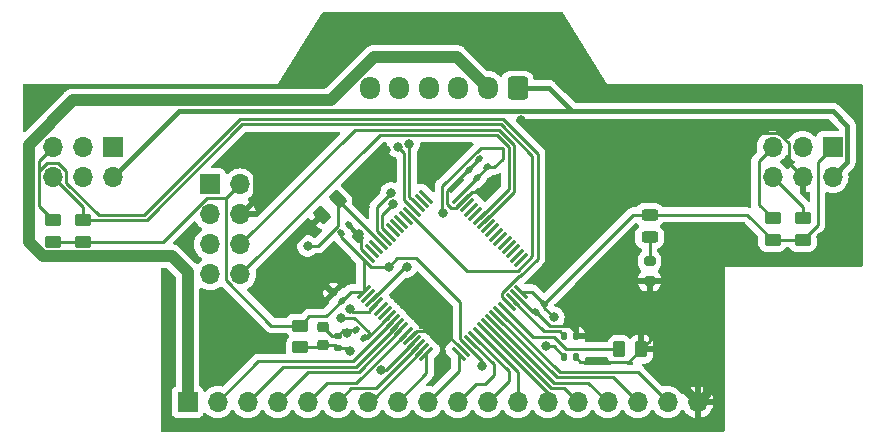
<source format=gbr>
%TF.GenerationSoftware,KiCad,Pcbnew,7.0.9*%
%TF.CreationDate,2024-06-25T21:03:02+09:00*%
%TF.ProjectId,04-line_sub,30342d6c-696e-4655-9f73-75622e6b6963,rev?*%
%TF.SameCoordinates,Original*%
%TF.FileFunction,Copper,L1,Top*%
%TF.FilePolarity,Positive*%
%FSLAX46Y46*%
G04 Gerber Fmt 4.6, Leading zero omitted, Abs format (unit mm)*
G04 Created by KiCad (PCBNEW 7.0.9) date 2024-06-25 21:03:02*
%MOMM*%
%LPD*%
G01*
G04 APERTURE LIST*
G04 Aperture macros list*
%AMRoundRect*
0 Rectangle with rounded corners*
0 $1 Rounding radius*
0 $2 $3 $4 $5 $6 $7 $8 $9 X,Y pos of 4 corners*
0 Add a 4 corners polygon primitive as box body*
4,1,4,$2,$3,$4,$5,$6,$7,$8,$9,$2,$3,0*
0 Add four circle primitives for the rounded corners*
1,1,$1+$1,$2,$3*
1,1,$1+$1,$4,$5*
1,1,$1+$1,$6,$7*
1,1,$1+$1,$8,$9*
0 Add four rect primitives between the rounded corners*
20,1,$1+$1,$2,$3,$4,$5,0*
20,1,$1+$1,$4,$5,$6,$7,0*
20,1,$1+$1,$6,$7,$8,$9,0*
20,1,$1+$1,$8,$9,$2,$3,0*%
G04 Aperture macros list end*
%TA.AperFunction,ComponentPad*%
%ADD10R,1.700000X1.700000*%
%TD*%
%TA.AperFunction,ComponentPad*%
%ADD11O,1.700000X1.700000*%
%TD*%
%TA.AperFunction,SMDPad,CuDef*%
%ADD12RoundRect,0.140000X-0.021213X0.219203X-0.219203X0.021213X0.021213X-0.219203X0.219203X-0.021213X0*%
%TD*%
%TA.AperFunction,SMDPad,CuDef*%
%ADD13RoundRect,0.250000X-0.262500X-0.450000X0.262500X-0.450000X0.262500X0.450000X-0.262500X0.450000X0*%
%TD*%
%TA.AperFunction,ComponentPad*%
%ADD14O,1.700000X1.950000*%
%TD*%
%TA.AperFunction,ComponentPad*%
%ADD15RoundRect,0.250000X0.600000X0.725000X-0.600000X0.725000X-0.600000X-0.725000X0.600000X-0.725000X0*%
%TD*%
%TA.AperFunction,SMDPad,CuDef*%
%ADD16RoundRect,0.075000X-0.441942X-0.548008X0.548008X0.441942X0.441942X0.548008X-0.548008X-0.441942X0*%
%TD*%
%TA.AperFunction,SMDPad,CuDef*%
%ADD17RoundRect,0.075000X0.441942X-0.548008X0.548008X-0.441942X-0.441942X0.548008X-0.548008X0.441942X0*%
%TD*%
%TA.AperFunction,SMDPad,CuDef*%
%ADD18RoundRect,0.250000X-0.450000X0.262500X-0.450000X-0.262500X0.450000X-0.262500X0.450000X0.262500X0*%
%TD*%
%TA.AperFunction,SMDPad,CuDef*%
%ADD19RoundRect,0.225000X-0.250000X0.225000X-0.250000X-0.225000X0.250000X-0.225000X0.250000X0.225000X0*%
%TD*%
%TA.AperFunction,SMDPad,CuDef*%
%ADD20RoundRect,0.140000X-0.170000X0.140000X-0.170000X-0.140000X0.170000X-0.140000X0.170000X0.140000X0*%
%TD*%
%TA.AperFunction,SMDPad,CuDef*%
%ADD21RoundRect,0.140000X0.219203X0.021213X0.021213X0.219203X-0.219203X-0.021213X-0.021213X-0.219203X0*%
%TD*%
%TA.AperFunction,SMDPad,CuDef*%
%ADD22RoundRect,0.140000X-0.219203X-0.021213X-0.021213X-0.219203X0.219203X0.021213X0.021213X0.219203X0*%
%TD*%
%TA.AperFunction,SMDPad,CuDef*%
%ADD23RoundRect,0.200000X0.275000X-0.200000X0.275000X0.200000X-0.275000X0.200000X-0.275000X-0.200000X0*%
%TD*%
%TA.AperFunction,SMDPad,CuDef*%
%ADD24RoundRect,0.250000X-0.132583X0.503814X-0.503814X0.132583X0.132583X-0.503814X0.503814X-0.132583X0*%
%TD*%
%TA.AperFunction,SMDPad,CuDef*%
%ADD25RoundRect,0.243750X0.456250X-0.243750X0.456250X0.243750X-0.456250X0.243750X-0.456250X-0.243750X0*%
%TD*%
%TA.AperFunction,SMDPad,CuDef*%
%ADD26RoundRect,0.140000X0.021213X-0.219203X0.219203X-0.021213X-0.021213X0.219203X-0.219203X0.021213X0*%
%TD*%
%TA.AperFunction,SMDPad,CuDef*%
%ADD27RoundRect,0.140000X0.140000X0.170000X-0.140000X0.170000X-0.140000X-0.170000X0.140000X-0.170000X0*%
%TD*%
%TA.AperFunction,SMDPad,CuDef*%
%ADD28RoundRect,0.140000X-0.140000X-0.170000X0.140000X-0.170000X0.140000X0.170000X-0.140000X0.170000X0*%
%TD*%
%TA.AperFunction,ViaPad*%
%ADD29C,0.800000*%
%TD*%
%TA.AperFunction,ViaPad*%
%ADD30C,0.500000*%
%TD*%
%TA.AperFunction,Conductor*%
%ADD31C,0.250000*%
%TD*%
%TA.AperFunction,Conductor*%
%ADD32C,0.800000*%
%TD*%
%TA.AperFunction,Conductor*%
%ADD33C,0.400000*%
%TD*%
%TA.AperFunction,Conductor*%
%ADD34C,1.200000*%
%TD*%
%TA.AperFunction,Conductor*%
%ADD35C,1.000000*%
%TD*%
G04 APERTURE END LIST*
D10*
%TO.P,J4,1,Pin_1*%
%TO.N,3V3_LED*%
X80010000Y-109220000D03*
D11*
%TO.P,J4,2,Pin_2*%
%TO.N,photo_L_7*%
X82550000Y-109220000D03*
%TO.P,J4,3,Pin_3*%
%TO.N,photo_L_6*%
X85090000Y-109220000D03*
%TO.P,J4,4,Pin_4*%
%TO.N,photo_L_5*%
X87630000Y-109220000D03*
%TO.P,J4,5,Pin_5*%
%TO.N,photo_L_4*%
X90170000Y-109220000D03*
%TO.P,J4,6,Pin_6*%
%TO.N,photo_L_3*%
X92710000Y-109220000D03*
%TO.P,J4,7,Pin_7*%
%TO.N,photo_L_2*%
X95250000Y-109220000D03*
%TO.P,J4,8,Pin_8*%
%TO.N,photo_L_1*%
X97790000Y-109220000D03*
%TO.P,J4,9,Pin_9*%
%TO.N,photo_front*%
X100330000Y-109220000D03*
%TO.P,J4,10,Pin_10*%
%TO.N,photo_center*%
X102870000Y-109220000D03*
%TO.P,J4,11,Pin_11*%
%TO.N,photo_R_1*%
X105410000Y-109220000D03*
%TO.P,J4,12,Pin_12*%
%TO.N,photo_R_2*%
X107950000Y-109220000D03*
%TO.P,J4,13,Pin_13*%
%TO.N,photo_R_3*%
X110490000Y-109220000D03*
%TO.P,J4,14,Pin_14*%
%TO.N,photo_R_4*%
X113030000Y-109220000D03*
%TO.P,J4,15,Pin_15*%
%TO.N,photo_R_5*%
X115570000Y-109220000D03*
%TO.P,J4,16,Pin_16*%
%TO.N,photo_R_6*%
X118110000Y-109220000D03*
%TO.P,J4,17,Pin_17*%
%TO.N,photo_R_7*%
X120650000Y-109220000D03*
%TO.P,J4,18,Pin_18*%
%TO.N,GND*%
X123190000Y-109220000D03*
%TD*%
D12*
%TO.P,C8,1*%
%TO.N,GND*%
X93684411Y-94275589D03*
%TO.P,C8,2*%
%TO.N,+3V3*%
X93005589Y-94954411D03*
%TD*%
D10*
%TO.P,J3,1,Pin_1*%
%TO.N,+3V3*%
X134620000Y-87630000D03*
D11*
%TO.P,J3,2,Pin_2*%
%TO.N,5V_LED*%
X134620000Y-90170000D03*
%TO.P,J3,3,Pin_3*%
%TO.N,LED_R*%
X132080000Y-87630000D03*
%TO.P,J3,4,Pin_4*%
%TO.N,GND*%
X132080000Y-90170000D03*
%TO.P,J3,5,Pin_5*%
%TO.N,I2C1_SCL*%
X129540000Y-87630000D03*
%TO.P,J3,6,Pin_6*%
%TO.N,I2C1_SDA*%
X129540000Y-90170000D03*
%TD*%
D13*
%TO.P,R2,1*%
%TO.N,Net-(U1-PB2)*%
X116562500Y-104775000D03*
%TO.P,R2,2*%
%TO.N,GND*%
X118387500Y-104775000D03*
%TD*%
D14*
%TO.P,J1,6,Pin_6*%
%TO.N,UART3_TX*%
X95450000Y-82677000D03*
%TO.P,J1,5,Pin_5*%
%TO.N,UART3_RX*%
X97950000Y-82677000D03*
%TO.P,J1,4,Pin_4*%
%TO.N,GND*%
X100450000Y-82677000D03*
%TO.P,J1,3,Pin_3*%
%TO.N,+3V3*%
X102950000Y-82677000D03*
%TO.P,J1,2,Pin_2*%
%TO.N,3V3_LED*%
X105450000Y-82677000D03*
D15*
%TO.P,J1,1,Pin_1*%
%TO.N,5V_LED*%
X107950000Y-82677000D03*
%TD*%
D10*
%TO.P,J2,1,Pin_1*%
%TO.N,unconnected-(J2-Pin_1-Pad1)*%
X81915000Y-90805000D03*
D11*
%TO.P,J2,2,Pin_2*%
%TO.N,+3V3*%
X84455000Y-90805000D03*
%TO.P,J2,3,Pin_3*%
%TO.N,BOOT0*%
X81915000Y-93345000D03*
%TO.P,J2,4,Pin_4*%
%TO.N,GND*%
X84455000Y-93345000D03*
%TO.P,J2,5,Pin_5*%
%TO.N,NRST*%
X81915000Y-95885000D03*
%TO.P,J2,6,Pin_6*%
%TO.N,UART1_TX*%
X84455000Y-95885000D03*
%TO.P,J2,7,Pin_7*%
%TO.N,unconnected-(J2-Pin_7-Pad7)*%
X81915000Y-98425000D03*
%TO.P,J2,8,Pin_8*%
%TO.N,UART1_RX*%
X84455000Y-98425000D03*
%TD*%
D16*
%TO.P,U1,1,VBAT*%
%TO.N,+3V3*%
X94935519Y-99897360D03*
%TO.P,U1,2,PC13*%
%TO.N,unconnected-(U1-PC13-Pad2)*%
X95289072Y-100250913D03*
%TO.P,U1,3,PC14*%
%TO.N,LED_R*%
X95642625Y-100604466D03*
%TO.P,U1,4,PC15*%
%TO.N,LED_L*%
X95996179Y-100958020D03*
%TO.P,U1,5,PH0*%
%TO.N,unconnected-(U1-PH0-Pad5)*%
X96349732Y-101311573D03*
%TO.P,U1,6,PH1*%
%TO.N,unconnected-(U1-PH1-Pad6)*%
X96703286Y-101665127D03*
%TO.P,U1,7,NRST*%
%TO.N,NRST*%
X97056839Y-102018680D03*
%TO.P,U1,8,PC0*%
%TO.N,photo_L_7*%
X97410392Y-102372233D03*
%TO.P,U1,9,PC1*%
%TO.N,photo_L_6*%
X97763946Y-102725787D03*
%TO.P,U1,10,PC2*%
%TO.N,photo_L_5*%
X98117499Y-103079340D03*
%TO.P,U1,11,PC3*%
%TO.N,photo_L_4*%
X98471052Y-103432893D03*
%TO.P,U1,12,VSSA*%
%TO.N,GND*%
X98824606Y-103786447D03*
%TO.P,U1,13,VDDA*%
%TO.N,Net-(U1-VDDA)*%
X99178159Y-104140000D03*
%TO.P,U1,14,PA0*%
%TO.N,photo_L_3*%
X99531713Y-104493554D03*
%TO.P,U1,15,PA1*%
%TO.N,photo_L_2*%
X99885266Y-104847107D03*
%TO.P,U1,16,PA2*%
%TO.N,photo_L_1*%
X100238819Y-105200660D03*
D17*
%TO.P,U1,17,PA3*%
%TO.N,photo_front*%
X102961181Y-105200660D03*
%TO.P,U1,18,VSS*%
%TO.N,GND*%
X103314734Y-104847107D03*
%TO.P,U1,19,VDD*%
%TO.N,+3V3*%
X103668287Y-104493554D03*
%TO.P,U1,20,PA4*%
%TO.N,photo_center*%
X104021841Y-104140000D03*
%TO.P,U1,21,PA5*%
%TO.N,photo_R_1*%
X104375394Y-103786447D03*
%TO.P,U1,22,PA6*%
%TO.N,photo_R_2*%
X104728948Y-103432893D03*
%TO.P,U1,23,PA7*%
%TO.N,photo_R_3*%
X105082501Y-103079340D03*
%TO.P,U1,24,PC4*%
%TO.N,photo_R_4*%
X105436054Y-102725787D03*
%TO.P,U1,25,PC5*%
%TO.N,photo_R_5*%
X105789608Y-102372233D03*
%TO.P,U1,26,PB0*%
%TO.N,photo_R_6*%
X106143161Y-102018680D03*
%TO.P,U1,27,PB1*%
%TO.N,photo_R_7*%
X106496714Y-101665127D03*
%TO.P,U1,28,PB2*%
%TO.N,Net-(U1-PB2)*%
X106850268Y-101311573D03*
%TO.P,U1,29,PB10*%
%TO.N,I2C2_SCL*%
X107203821Y-100958020D03*
%TO.P,U1,30,VCAP_1*%
%TO.N,Net-(U1-VCAP_1)*%
X107557375Y-100604466D03*
%TO.P,U1,31,VSS*%
%TO.N,GND*%
X107910928Y-100250913D03*
%TO.P,U1,32,VDD*%
%TO.N,+3V3*%
X108264481Y-99897360D03*
D16*
%TO.P,U1,33,PB12*%
%TO.N,unconnected-(U1-PB12-Pad33)*%
X108264481Y-97174998D03*
%TO.P,U1,34,PB13*%
%TO.N,unconnected-(U1-PB13-Pad34)*%
X107910928Y-96821445D03*
%TO.P,U1,35,PB14*%
%TO.N,unconnected-(U1-PB14-Pad35)*%
X107557375Y-96467892D03*
%TO.P,U1,36,PB15*%
%TO.N,unconnected-(U1-PB15-Pad36)*%
X107203821Y-96114338D03*
%TO.P,U1,37,PC6*%
%TO.N,unconnected-(U1-PC6-Pad37)*%
X106850268Y-95760785D03*
%TO.P,U1,38,PC7*%
%TO.N,unconnected-(U1-PC7-Pad38)*%
X106496714Y-95407231D03*
%TO.P,U1,39,PC8*%
%TO.N,unconnected-(U1-PC8-Pad39)*%
X106143161Y-95053678D03*
%TO.P,U1,40,PC9*%
%TO.N,I2C3_SDA*%
X105789608Y-94700125D03*
%TO.P,U1,41,PA8*%
%TO.N,I2C3_SCL*%
X105436054Y-94346571D03*
%TO.P,U1,42,PA9*%
%TO.N,UART1_TX*%
X105082501Y-93993018D03*
%TO.P,U1,43,PA10*%
%TO.N,UART1_RX*%
X104728948Y-93639465D03*
%TO.P,U1,44,PA11*%
%TO.N,unconnected-(U1-PA11-Pad44)*%
X104375394Y-93285911D03*
%TO.P,U1,45,PA12*%
%TO.N,unconnected-(U1-PA12-Pad45)*%
X104021841Y-92932358D03*
%TO.P,U1,46,PA13*%
%TO.N,SWDIO*%
X103668287Y-92578804D03*
%TO.P,U1,47,VSS*%
%TO.N,GND*%
X103314734Y-92225251D03*
%TO.P,U1,48,VDD*%
%TO.N,+3V3*%
X102961181Y-91871698D03*
D17*
%TO.P,U1,49,PA14*%
%TO.N,SWCLK*%
X100238819Y-91871698D03*
%TO.P,U1,50,PA15*%
%TO.N,unconnected-(U1-PA15-Pad50)*%
X99885266Y-92225251D03*
%TO.P,U1,51,PC10*%
%TO.N,UART3_TX*%
X99531713Y-92578804D03*
%TO.P,U1,52,PC11*%
%TO.N,UART3_RX*%
X99178159Y-92932358D03*
%TO.P,U1,53,PC12*%
%TO.N,I2C2_SDA*%
X98824606Y-93285911D03*
%TO.P,U1,54,PD2*%
%TO.N,unconnected-(U1-PD2-Pad54)*%
X98471052Y-93639465D03*
%TO.P,U1,55,PB3*%
%TO.N,unconnected-(U1-PB3-Pad55)*%
X98117499Y-93993018D03*
%TO.P,U1,56,PB4*%
%TO.N,unconnected-(U1-PB4-Pad56)*%
X97763946Y-94346571D03*
%TO.P,U1,57,PB5*%
%TO.N,unconnected-(U1-PB5-Pad57)*%
X97410392Y-94700125D03*
%TO.P,U1,58,PB6*%
%TO.N,I2C1_SCL*%
X97056839Y-95053678D03*
%TO.P,U1,59,PB7*%
%TO.N,I2C1_SDA*%
X96703286Y-95407231D03*
%TO.P,U1,60,BOOT0*%
%TO.N,BOOT0*%
X96349732Y-95760785D03*
%TO.P,U1,61,PB8*%
%TO.N,unconnected-(U1-PB8-Pad61)*%
X95996179Y-96114338D03*
%TO.P,U1,62,PB9*%
%TO.N,unconnected-(U1-PB9-Pad62)*%
X95642625Y-96467892D03*
%TO.P,U1,63,VSS*%
%TO.N,GND*%
X95289072Y-96821445D03*
%TO.P,U1,64,VDD*%
%TO.N,+3V3*%
X94935519Y-97174998D03*
%TD*%
D18*
%TO.P,R5,1*%
%TO.N,I2C1_SDA*%
X132080000Y-93679000D03*
%TO.P,R5,2*%
%TO.N,+3V3*%
X132080000Y-95504000D03*
%TD*%
D19*
%TO.P,C10,1*%
%TO.N,GND*%
X91440000Y-102885000D03*
%TO.P,C10,2*%
%TO.N,Net-(U1-VDDA)*%
X91440000Y-104435000D03*
%TD*%
D20*
%TO.P,C9,1*%
%TO.N,GND*%
X92710000Y-103660000D03*
%TO.P,C9,2*%
%TO.N,Net-(U1-VDDA)*%
X92710000Y-104620000D03*
%TD*%
D10*
%TO.P,J5,1,Pin_1*%
%TO.N,+3V3*%
X73660000Y-87630000D03*
D11*
%TO.P,J5,2,Pin_2*%
%TO.N,5V_LED*%
X73660000Y-90170000D03*
%TO.P,J5,3,Pin_3*%
%TO.N,LED_L*%
X71120000Y-87630000D03*
%TO.P,J5,4,Pin_4*%
%TO.N,GND*%
X71120000Y-90170000D03*
%TO.P,J5,5,Pin_5*%
%TO.N,I2C2_SCL*%
X68580000Y-87630000D03*
%TO.P,J5,6,Pin_6*%
%TO.N,I2C2_SDA*%
X68580000Y-90170000D03*
%TD*%
D21*
%TO.P,C7,1*%
%TO.N,+3V3*%
X105368411Y-89366411D03*
%TO.P,C7,2*%
%TO.N,GND*%
X104689589Y-88687589D03*
%TD*%
D18*
%TO.P,R4,1*%
%TO.N,I2C1_SCL*%
X129540000Y-93679000D03*
%TO.P,R4,2*%
%TO.N,+3V3*%
X129540000Y-95504000D03*
%TD*%
%TO.P,R7,1*%
%TO.N,I2C2_SDA*%
X71120000Y-93829500D03*
%TO.P,R7,2*%
%TO.N,+3V3*%
X71120000Y-95654500D03*
%TD*%
D22*
%TO.P,C1,1*%
%TO.N,GND*%
X94275589Y-103165589D03*
%TO.P,C1,2*%
%TO.N,NRST*%
X94954411Y-103844411D03*
%TD*%
D23*
%TO.P,R3,1*%
%TO.N,GND*%
X119126000Y-98947500D03*
%TO.P,R3,2*%
%TO.N,Net-(D1-K)*%
X119126000Y-97297500D03*
%TD*%
D22*
%TO.P,C3,1*%
%TO.N,GND*%
X92370589Y-99990589D03*
%TO.P,C3,2*%
%TO.N,+3V3*%
X93049411Y-100669411D03*
%TD*%
D24*
%TO.P,R1,1*%
%TO.N,BOOT0*%
X92720235Y-92064765D03*
%TO.P,R1,2*%
%TO.N,GND*%
X91429765Y-93355235D03*
%TD*%
D18*
%TO.P,R6,1*%
%TO.N,I2C2_SCL*%
X68580000Y-93829500D03*
%TO.P,R6,2*%
%TO.N,+3V3*%
X68580000Y-95654500D03*
%TD*%
D25*
%TO.P,D1,1,K*%
%TO.N,Net-(D1-K)*%
X119126000Y-95250000D03*
%TO.P,D1,2,A*%
%TO.N,+3V3*%
X119126000Y-93375000D03*
%TD*%
D22*
%TO.P,C6,1*%
%TO.N,GND*%
X103800589Y-89576589D03*
%TO.P,C6,2*%
%TO.N,+3V3*%
X104479411Y-90255411D03*
%TD*%
D26*
%TO.P,C5,1*%
%TO.N,GND*%
X109515589Y-101600000D03*
%TO.P,C5,2*%
%TO.N,+3V3*%
X110194411Y-100921178D03*
%TD*%
D27*
%TO.P,C4,1*%
%TO.N,GND*%
X112875000Y-105410000D03*
%TO.P,C4,2*%
%TO.N,+3V3*%
X111915000Y-105410000D03*
%TD*%
D28*
%TO.P,C2,1*%
%TO.N,Net-(U1-VCAP_1)*%
X111915000Y-103632000D03*
%TO.P,C2,2*%
%TO.N,GND*%
X112875000Y-103632000D03*
%TD*%
D18*
%TO.P,FB1,1*%
%TO.N,+3V3*%
X89535000Y-102747500D03*
%TO.P,FB1,2*%
%TO.N,Net-(U1-VDDA)*%
X89535000Y-104572500D03*
%TD*%
D29*
%TO.N,GND*%
X110236000Y-98806000D03*
X116078000Y-97790000D03*
X111252000Y-91440000D03*
X102870000Y-87884000D03*
X93472000Y-103378000D03*
D30*
X134366000Y-97028000D03*
D29*
X90678000Y-87122000D03*
X119634000Y-106172000D03*
X85598000Y-87122000D03*
D30*
X136144000Y-84582000D03*
D29*
X96774000Y-87884000D03*
X94996000Y-92710000D03*
X108204000Y-85381500D03*
X105410000Y-91440000D03*
X112268000Y-101346000D03*
X115824000Y-93726000D03*
X87376000Y-104140000D03*
X126746000Y-87376000D03*
X101346000Y-106680000D03*
X80010000Y-94996000D03*
D30*
X130810000Y-96774000D03*
D29*
X101346000Y-103124000D03*
D30*
X88671233Y-97002767D03*
D29*
X133604000Y-95250000D03*
X94488000Y-94996000D03*
%TO.N,+3V3*%
X97028000Y-97790000D03*
X101600000Y-93218000D03*
X104902000Y-106172000D03*
X110370093Y-104513907D03*
X111023094Y-102065500D03*
%TO.N,Net-(U1-VDDA)*%
X96384272Y-106544271D03*
X93726000Y-104902000D03*
%TO.N,UART3_RX*%
X97790000Y-87630000D03*
%TO.N,UART3_TX*%
X98792750Y-87362748D03*
%TO.N,BOOT0*%
X90170000Y-96012000D03*
%TO.N,NRST*%
X92964000Y-102108000D03*
%TO.N,LED_R*%
X98552000Y-97790000D03*
%TO.N,LED_L*%
X93726000Y-101346000D03*
%TO.N,I2C1_SCL*%
X97394549Y-92493500D03*
%TO.N,I2C1_SDA*%
X97244290Y-91505357D03*
%TD*%
D31*
%TO.N,GND*%
X107910928Y-100250913D02*
X109260015Y-101600000D01*
X101412523Y-103190523D02*
X101658150Y-103190523D01*
X92710000Y-103660000D02*
X92215000Y-103660000D01*
D32*
X120142000Y-106172000D02*
X119634000Y-106172000D01*
D31*
X102355022Y-92821175D02*
X102011704Y-92477857D01*
X98824606Y-103786447D02*
X99420530Y-103190523D01*
X101346000Y-103124000D02*
X101412523Y-103190523D01*
X102011704Y-92477857D02*
X102011704Y-91365474D01*
X109260015Y-101600000D02*
X109515589Y-101600000D01*
D32*
X123989000Y-108421000D02*
X123989000Y-107696000D01*
D31*
X132080000Y-90170000D02*
X130905000Y-88995000D01*
X93259589Y-103165589D02*
X93204411Y-103165589D01*
X112342999Y-102790000D02*
X112875000Y-103322001D01*
X109515589Y-101600000D02*
X110705589Y-102790000D01*
X99420530Y-103190523D02*
X101279477Y-103190523D01*
D33*
X88671233Y-97002767D02*
X88671233Y-96113767D01*
X85705000Y-87229000D02*
X85598000Y-87122000D01*
D31*
X93472000Y-103378000D02*
X93259589Y-103165589D01*
X119126000Y-98947500D02*
X119126000Y-104036500D01*
X123095000Y-86455000D02*
X115824000Y-93726000D01*
X119126000Y-104036500D02*
X118387500Y-104775000D01*
X104099985Y-91440000D02*
X105410000Y-91440000D01*
X94275589Y-103165589D02*
X93684411Y-103165589D01*
X112875000Y-103322001D02*
X112875000Y-103632000D01*
X103314734Y-92225251D02*
X102718810Y-92821175D01*
D33*
X84455000Y-93345000D02*
X86614000Y-91186000D01*
D31*
X110705589Y-102790000D02*
X112342999Y-102790000D01*
X92215000Y-103660000D02*
X91440000Y-102885000D01*
D32*
X123190000Y-109220000D02*
X120142000Y-106172000D01*
D31*
X94693148Y-96225521D02*
X94693148Y-95284326D01*
X130905000Y-88995000D02*
X130905000Y-87333299D01*
X94488000Y-94996000D02*
X94404822Y-94996000D01*
X116078000Y-97790000D02*
X117235500Y-98947500D01*
D32*
X123190000Y-109220000D02*
X123989000Y-108421000D01*
D33*
X86868000Y-91186000D02*
X90678000Y-87376000D01*
D31*
X113265000Y-105800000D02*
X117362500Y-105800000D01*
D34*
X82756547Y-104140000D02*
X87376000Y-104140000D01*
D31*
X94693148Y-95284326D02*
X94488000Y-95079178D01*
X117235500Y-98947500D02*
X119126000Y-98947500D01*
X94404822Y-94996000D02*
X93684411Y-94275589D01*
D33*
X86614000Y-91186000D02*
X86868000Y-91186000D01*
D31*
X102718810Y-92821175D02*
X102355022Y-92821175D01*
X101279477Y-103190523D02*
X101346000Y-103124000D01*
D33*
X85705000Y-92095000D02*
X85705000Y-87229000D01*
D31*
X102011704Y-91365474D02*
X104689589Y-88687589D01*
X117362500Y-105800000D02*
X118387500Y-104775000D01*
X94488000Y-95079178D02*
X94488000Y-94996000D01*
X93684411Y-103165589D02*
X93472000Y-103378000D01*
X112875000Y-105410000D02*
X113265000Y-105800000D01*
X103314734Y-92225251D02*
X104099985Y-91440000D01*
X93204411Y-103165589D02*
X92710000Y-103660000D01*
X95289072Y-96821445D02*
X94693148Y-96225521D01*
D33*
X88671233Y-96113767D02*
X91429765Y-93355235D01*
X90678000Y-87376000D02*
X90678000Y-87122000D01*
X84455000Y-93345000D02*
X85705000Y-92095000D01*
D31*
X130905000Y-87333299D02*
X130026701Y-86455000D01*
X101658150Y-103190523D02*
X103314734Y-104847107D01*
X130026701Y-86455000D02*
X123095000Y-86455000D01*
%TO.N,Net-(U1-VCAP_1)*%
X107557375Y-100639822D02*
X107557375Y-100604466D01*
X111523000Y-103240000D02*
X110157553Y-103240000D01*
X111915000Y-103632000D02*
X111523000Y-103240000D01*
X110157553Y-103240000D02*
X107557375Y-100639822D01*
%TO.N,+3V3*%
X101561704Y-93179704D02*
X101561704Y-90959876D01*
X127411000Y-93375000D02*
X129540000Y-95504000D01*
X103668287Y-104493554D02*
X104902000Y-105727267D01*
X99351000Y-97065000D02*
X103072364Y-100786364D01*
X106680000Y-88646000D02*
X105959589Y-89366411D01*
X119126000Y-93375000D02*
X117740589Y-93375000D01*
X94935519Y-99897360D02*
X93821462Y-99897360D01*
X133350000Y-94234000D02*
X133350000Y-88900000D01*
X91748242Y-101970580D02*
X93049411Y-100669411D01*
X93821462Y-99897360D02*
X93049411Y-100669411D01*
X103072364Y-100786364D02*
X103072364Y-103897631D01*
X102961181Y-91871698D02*
X102961181Y-91773641D01*
X93005589Y-95245068D02*
X94935519Y-97174998D01*
X111018907Y-104513907D02*
X111915000Y-105410000D01*
X77943799Y-95654500D02*
X81618299Y-91980000D01*
X102961181Y-91773641D02*
X104479411Y-90255411D01*
X97753000Y-97065000D02*
X99351000Y-97065000D01*
X105959589Y-89366411D02*
X105368411Y-89366411D01*
X89535000Y-102747500D02*
X87115799Y-102747500D01*
X106680000Y-87758396D02*
X106680000Y-88646000D01*
X87115799Y-102747500D02*
X83280000Y-98911701D01*
X103072364Y-103897631D02*
X103668287Y-104493554D01*
X104902000Y-105727267D02*
X104902000Y-106172000D01*
X104827382Y-87694198D02*
X106615802Y-87694198D01*
X68580000Y-95654500D02*
X77943799Y-95654500D01*
X83280000Y-98911701D02*
X83280000Y-91980000D01*
X97028000Y-97790000D02*
X95550521Y-97790000D01*
X93005589Y-94954411D02*
X93005589Y-95245068D01*
X89535000Y-102747500D02*
X90311920Y-101970580D01*
X117740589Y-93375000D02*
X110194411Y-100921178D01*
X97028000Y-97790000D02*
X97753000Y-97065000D01*
X81618299Y-91980000D02*
X83280000Y-91980000D01*
X95550521Y-97790000D02*
X94935519Y-97174998D01*
X108264481Y-99897360D02*
X109170593Y-99897360D01*
X94935519Y-99897360D02*
X94935519Y-97174998D01*
X106615802Y-87694198D02*
X106680000Y-87758396D01*
X110194411Y-100921178D02*
X110194411Y-101236817D01*
X132080000Y-95504000D02*
X133350000Y-94234000D01*
X109170593Y-99897360D02*
X110194411Y-100921178D01*
X110194411Y-101236817D02*
X111023094Y-102065500D01*
X101600000Y-93218000D02*
X101561704Y-93179704D01*
X133350000Y-88900000D02*
X134620000Y-87630000D01*
X105368411Y-89366411D02*
X104479411Y-90255411D01*
X119126000Y-93375000D02*
X127411000Y-93375000D01*
X101561704Y-90959876D02*
X104827382Y-87694198D01*
X129540000Y-95504000D02*
X132080000Y-95504000D01*
X90311920Y-101970580D02*
X91748242Y-101970580D01*
X110370093Y-104513907D02*
X111018907Y-104513907D01*
X83280000Y-91980000D02*
X84455000Y-90805000D01*
%TO.N,Net-(U1-VDDA)*%
X91440000Y-104435000D02*
X92525000Y-104435000D01*
X93444000Y-104620000D02*
X93726000Y-104902000D01*
X92710000Y-104620000D02*
X93444000Y-104620000D01*
X96384272Y-106544271D02*
X96773888Y-106544271D01*
X92525000Y-104435000D02*
X92710000Y-104620000D01*
X91302500Y-104572500D02*
X91440000Y-104435000D01*
X89535000Y-104572500D02*
X91302500Y-104572500D01*
X96773888Y-106544271D02*
X99178159Y-104140000D01*
%TO.N,Net-(D1-K)*%
X119126000Y-95250000D02*
X119126000Y-97297500D01*
D33*
%TO.N,5V_LED*%
X134620000Y-84582000D02*
X112522000Y-84582000D01*
X134620000Y-90170000D02*
X135870000Y-88920000D01*
X135870000Y-85832000D02*
X134620000Y-84582000D01*
X112522000Y-84582000D02*
X79248000Y-84582000D01*
X112522000Y-84582000D02*
X110617000Y-82677000D01*
X110617000Y-82677000D02*
X107950000Y-82677000D01*
X79248000Y-84582000D02*
X73660000Y-90170000D01*
X135870000Y-88920000D02*
X135870000Y-85832000D01*
D35*
%TO.N,3V3_LED*%
X78673025Y-96867000D02*
X67729570Y-96867000D01*
X70335968Y-83682000D02*
X92127969Y-83682000D01*
X67729570Y-96867000D02*
X66580000Y-95717430D01*
X92127969Y-83682000D02*
X95799969Y-80010000D01*
X80010000Y-109220000D02*
X80010000Y-98203975D01*
X102783000Y-80010000D02*
X105450000Y-82677000D01*
X95799969Y-80010000D02*
X102783000Y-80010000D01*
X80010000Y-98203975D02*
X78673025Y-96867000D01*
X66580000Y-95717430D02*
X66580000Y-87437968D01*
X66580000Y-87437968D02*
X70335968Y-83682000D01*
D31*
%TO.N,UART3_RX*%
X98342750Y-88182750D02*
X97790000Y-87630000D01*
X99178159Y-92932358D02*
X98342750Y-92096949D01*
X98342750Y-92096949D02*
X98342750Y-88182750D01*
%TO.N,UART3_TX*%
X98792750Y-87362748D02*
X98792750Y-91839841D01*
X98792750Y-91839841D02*
X99531713Y-92578804D01*
%TO.N,BOOT0*%
X92720235Y-92064765D02*
X92720235Y-92131288D01*
X91049974Y-96012000D02*
X92720235Y-94341739D01*
X90170000Y-96012000D02*
X91049974Y-96012000D01*
X92720235Y-94341739D02*
X92720235Y-92064765D01*
X92720235Y-92131288D02*
X96349732Y-95760785D01*
%TO.N,NRST*%
X97056839Y-102018680D02*
X95231108Y-103844411D01*
X94116026Y-102108000D02*
X95346760Y-103338734D01*
X95346760Y-103338734D02*
X95346760Y-103452062D01*
X95231108Y-103844411D02*
X94954411Y-103844411D01*
X92964000Y-102108000D02*
X94116026Y-102108000D01*
X95346760Y-103452062D02*
X94954411Y-103844411D01*
%TO.N,UART1_TX*%
X94176000Y-86164000D02*
X84455000Y-95885000D01*
X107638000Y-91437519D02*
X107638000Y-87443604D01*
X106358396Y-86164000D02*
X94176000Y-86164000D01*
X105082501Y-93993018D02*
X107638000Y-91437519D01*
X107638000Y-87443604D02*
X106358396Y-86164000D01*
%TO.N,UART1_RX*%
X106172000Y-86614000D02*
X96266000Y-86614000D01*
X96266000Y-86614000D02*
X84455000Y-98425000D01*
X107188000Y-87630000D02*
X106172000Y-86614000D01*
X107188000Y-91180413D02*
X107188000Y-87630000D01*
X104728948Y-93639465D02*
X107188000Y-91180413D01*
%TO.N,LED_R*%
X98552000Y-97790000D02*
X98457091Y-97790000D01*
X98457091Y-97790000D02*
X95642625Y-100604466D01*
%TO.N,photo_L_7*%
X85990000Y-105780000D02*
X94002625Y-105780000D01*
X94002625Y-105780000D02*
X97410392Y-102372233D01*
X82550000Y-109220000D02*
X85990000Y-105780000D01*
%TO.N,photo_L_6*%
X88080000Y-106230000D02*
X94295087Y-106230000D01*
X94295087Y-106230000D02*
X97763946Y-102761141D01*
X97763946Y-102761141D02*
X97763946Y-102725787D01*
X85090000Y-109220000D02*
X88080000Y-106230000D01*
%TO.N,photo_L_5*%
X90170000Y-106680000D02*
X94516839Y-106680000D01*
X87630000Y-109220000D02*
X90170000Y-106680000D01*
X94516839Y-106680000D02*
X98117499Y-103079340D01*
%TO.N,photo_L_4*%
X98471052Y-103432893D02*
X94308945Y-107595000D01*
X91795000Y-107595000D02*
X90170000Y-109220000D01*
X94308945Y-107595000D02*
X91795000Y-107595000D01*
%TO.N,photo_L_3*%
X93885000Y-108045000D02*
X92710000Y-109220000D01*
X95980267Y-108045000D02*
X93885000Y-108045000D01*
X99531713Y-104493554D02*
X95980267Y-108045000D01*
%TO.N,photo_L_2*%
X95512373Y-109220000D02*
X95250000Y-109220000D01*
X99885266Y-104847107D02*
X95512373Y-109220000D01*
%TO.N,photo_L_1*%
X100238819Y-106771181D02*
X97790000Y-109220000D01*
X100238819Y-105200660D02*
X100238819Y-106771181D01*
%TO.N,photo_center*%
X105918000Y-106036159D02*
X105918000Y-106934000D01*
X105918000Y-106934000D02*
X105156000Y-107696000D01*
X104394000Y-107696000D02*
X102870000Y-109220000D01*
X105156000Y-107696000D02*
X104394000Y-107696000D01*
X104021841Y-104140000D02*
X105918000Y-106036159D01*
%TO.N,photo_front*%
X100330000Y-109220000D02*
X102961181Y-106588819D01*
X102961181Y-106588819D02*
X102961181Y-105200660D01*
%TO.N,photo_R_1*%
X104375394Y-103786447D02*
X107188000Y-106599053D01*
X105410000Y-109220000D02*
X105067764Y-109562236D01*
X107188000Y-106599053D02*
X107188000Y-107442000D01*
X107188000Y-107442000D02*
X105410000Y-109220000D01*
%TO.N,photo_R_2*%
X107950000Y-109220000D02*
X107950000Y-106653945D01*
X107950000Y-106653945D02*
X104728948Y-103432893D01*
%TO.N,photo_R_3*%
X110490000Y-108486839D02*
X105082501Y-103079340D01*
X110490000Y-109220000D02*
X110490000Y-108486839D01*
%TO.N,photo_R_4*%
X111855000Y-108045000D02*
X110755267Y-108045000D01*
X113030000Y-109220000D02*
X111855000Y-108045000D01*
X110755267Y-108045000D02*
X105436054Y-102725787D01*
%TO.N,photo_R_5*%
X115570000Y-109220000D02*
X113945000Y-107595000D01*
X111012375Y-107595000D02*
X105789608Y-102372233D01*
X113945000Y-107595000D02*
X111012375Y-107595000D01*
%TO.N,photo_R_6*%
X118110000Y-109220000D02*
X116035000Y-107145000D01*
X111269481Y-107145000D02*
X106143161Y-102018680D01*
X116035000Y-107145000D02*
X111269481Y-107145000D01*
%TO.N,photo_R_7*%
X118125000Y-106695000D02*
X111526587Y-106695000D01*
X111526587Y-106695000D02*
X106496714Y-101665127D01*
X120650000Y-109220000D02*
X118125000Y-106695000D01*
%TO.N,LED_L*%
X95354199Y-101600000D02*
X95996179Y-100958020D01*
X93980000Y-101600000D02*
X95354199Y-101600000D01*
X93726000Y-101346000D02*
X93980000Y-101600000D01*
%TO.N,I2C2_SCL*%
X69755000Y-89683299D02*
X69755000Y-90656701D01*
X76354104Y-93379500D02*
X84469604Y-85264000D01*
X108173152Y-98574475D02*
X108031730Y-98574475D01*
X67405000Y-88805000D02*
X67405000Y-92654500D01*
X67405000Y-89683299D02*
X68093299Y-88995000D01*
X109663958Y-97083669D02*
X108173152Y-98574475D01*
X67405000Y-92654500D02*
X68580000Y-93829500D01*
X106731188Y-85264000D02*
X109663958Y-88196770D01*
X72477799Y-93379500D02*
X76354104Y-93379500D01*
X108031730Y-98574475D02*
X106607898Y-99998307D01*
X106607898Y-99998307D02*
X106607898Y-100362097D01*
X84469604Y-85264000D02*
X106731188Y-85264000D01*
X69066701Y-88995000D02*
X69755000Y-89683299D01*
X109663958Y-88196770D02*
X109663958Y-97083669D01*
X68093299Y-88995000D02*
X69066701Y-88995000D01*
X67405000Y-92654500D02*
X67405000Y-89683299D01*
X68580000Y-87630000D02*
X67405000Y-88805000D01*
X69755000Y-90656701D02*
X72477799Y-93379500D01*
X106607898Y-100362097D02*
X107203821Y-100958020D01*
%TO.N,I2C2_SDA*%
X68580000Y-90170000D02*
X71120000Y-92710000D01*
X76540500Y-93829500D02*
X84656000Y-85714000D01*
X84656000Y-85714000D02*
X106544792Y-85714000D01*
X109213958Y-88383166D02*
X109213958Y-96897273D01*
X106544792Y-85714000D02*
X109213958Y-88383166D01*
X103663170Y-98124475D02*
X98824606Y-93285911D01*
X71120000Y-92710000D02*
X71120000Y-93829500D01*
X109213958Y-96897273D02*
X107986756Y-98124475D01*
X107986756Y-98124475D02*
X103663170Y-98124475D01*
X71120000Y-93829500D02*
X76540500Y-93829500D01*
%TO.N,Net-(U1-PB2)*%
X111001510Y-103690000D02*
X112086510Y-104775000D01*
X112086510Y-104775000D02*
X116562500Y-104775000D01*
X109228695Y-103690000D02*
X111001510Y-103690000D01*
X106850268Y-101311573D02*
X109228695Y-103690000D01*
%TO.N,I2C1_SCL*%
X97394549Y-92493500D02*
X96460915Y-93427134D01*
X129540000Y-93679000D02*
X128365000Y-92504000D01*
X96460915Y-93427134D02*
X96460915Y-94457754D01*
X128365000Y-88805000D02*
X129540000Y-87630000D01*
X128365000Y-92504000D02*
X128365000Y-88805000D01*
X96460915Y-94457754D02*
X97056839Y-95053678D01*
%TO.N,I2C1_SDA*%
X132080000Y-92710000D02*
X132080000Y-93679000D01*
X96010915Y-92738732D02*
X96010915Y-94714860D01*
X96010915Y-94714860D02*
X96703286Y-95407231D01*
X97244290Y-91505357D02*
X96010915Y-92738732D01*
X129540000Y-90170000D02*
X132080000Y-92710000D01*
%TD*%
%TA.AperFunction,Conductor*%
%TO.N,GND*%
G36*
X111758035Y-76220185D02*
G01*
X111796148Y-76258780D01*
X115564083Y-82287476D01*
X115567665Y-82294432D01*
X115569727Y-82296493D01*
X115569877Y-82296527D01*
X115569878Y-82296528D01*
X115569878Y-82296527D01*
X115572597Y-82297155D01*
X115580429Y-82296500D01*
X137035500Y-82296500D01*
X137102539Y-82316185D01*
X137148294Y-82368989D01*
X137159500Y-82420500D01*
X137159500Y-97665500D01*
X137139815Y-97732539D01*
X137087011Y-97778294D01*
X137035500Y-97789500D01*
X125500760Y-97789500D01*
X125500554Y-97789459D01*
X125476000Y-97789459D01*
X125475901Y-97789500D01*
X125475617Y-97789616D01*
X125475615Y-97789618D01*
X125475459Y-97789999D01*
X125475476Y-97814616D01*
X125475471Y-97814616D01*
X125475500Y-97814759D01*
X125475500Y-111635500D01*
X125455815Y-111702539D01*
X125403011Y-111748294D01*
X125351500Y-111759500D01*
X77848500Y-111759500D01*
X77781461Y-111739815D01*
X77735706Y-111687011D01*
X77724500Y-111635500D01*
X77724500Y-97991500D01*
X77744185Y-97924461D01*
X77796989Y-97878706D01*
X77848500Y-97867500D01*
X78207242Y-97867500D01*
X78274281Y-97887185D01*
X78294923Y-97903819D01*
X78973181Y-98582076D01*
X79006666Y-98643399D01*
X79009500Y-98669757D01*
X79009500Y-107805858D01*
X78989815Y-107872897D01*
X78937011Y-107918652D01*
X78928847Y-107922034D01*
X78917669Y-107926204D01*
X78917664Y-107926206D01*
X78802455Y-108012452D01*
X78802452Y-108012455D01*
X78716206Y-108127664D01*
X78716202Y-108127671D01*
X78665908Y-108262517D01*
X78659501Y-108322116D01*
X78659500Y-108322135D01*
X78659500Y-110117870D01*
X78659501Y-110117876D01*
X78665908Y-110177483D01*
X78716202Y-110312328D01*
X78716206Y-110312335D01*
X78802452Y-110427544D01*
X78802455Y-110427547D01*
X78917664Y-110513793D01*
X78917671Y-110513797D01*
X79052517Y-110564091D01*
X79052516Y-110564091D01*
X79059444Y-110564835D01*
X79112127Y-110570500D01*
X80907872Y-110570499D01*
X80967483Y-110564091D01*
X81102331Y-110513796D01*
X81217546Y-110427546D01*
X81303796Y-110312331D01*
X81352810Y-110180916D01*
X81394681Y-110124984D01*
X81460145Y-110100566D01*
X81528418Y-110115417D01*
X81556673Y-110136569D01*
X81678599Y-110258495D01*
X81775384Y-110326265D01*
X81872165Y-110394032D01*
X81872167Y-110394033D01*
X81872170Y-110394035D01*
X82086337Y-110493903D01*
X82314592Y-110555063D01*
X82491034Y-110570500D01*
X82549999Y-110575659D01*
X82550000Y-110575659D01*
X82550001Y-110575659D01*
X82608966Y-110570500D01*
X82785408Y-110555063D01*
X83013663Y-110493903D01*
X83227830Y-110394035D01*
X83421401Y-110258495D01*
X83588495Y-110091401D01*
X83718425Y-109905842D01*
X83773002Y-109862217D01*
X83842500Y-109855023D01*
X83904855Y-109886546D01*
X83921575Y-109905842D01*
X84051281Y-110091082D01*
X84051505Y-110091401D01*
X84218599Y-110258495D01*
X84315384Y-110326265D01*
X84412165Y-110394032D01*
X84412167Y-110394033D01*
X84412170Y-110394035D01*
X84626337Y-110493903D01*
X84854592Y-110555063D01*
X85031034Y-110570500D01*
X85089999Y-110575659D01*
X85090000Y-110575659D01*
X85090001Y-110575659D01*
X85148966Y-110570500D01*
X85325408Y-110555063D01*
X85553663Y-110493903D01*
X85767830Y-110394035D01*
X85961401Y-110258495D01*
X86128495Y-110091401D01*
X86258425Y-109905842D01*
X86313002Y-109862217D01*
X86382500Y-109855023D01*
X86444855Y-109886546D01*
X86461575Y-109905842D01*
X86591281Y-110091082D01*
X86591505Y-110091401D01*
X86758599Y-110258495D01*
X86855384Y-110326265D01*
X86952165Y-110394032D01*
X86952167Y-110394033D01*
X86952170Y-110394035D01*
X87166337Y-110493903D01*
X87394592Y-110555063D01*
X87571034Y-110570500D01*
X87629999Y-110575659D01*
X87630000Y-110575659D01*
X87630001Y-110575659D01*
X87688966Y-110570500D01*
X87865408Y-110555063D01*
X88093663Y-110493903D01*
X88307830Y-110394035D01*
X88501401Y-110258495D01*
X88668495Y-110091401D01*
X88798425Y-109905842D01*
X88853002Y-109862217D01*
X88922500Y-109855023D01*
X88984855Y-109886546D01*
X89001575Y-109905842D01*
X89131281Y-110091082D01*
X89131505Y-110091401D01*
X89298599Y-110258495D01*
X89395384Y-110326265D01*
X89492165Y-110394032D01*
X89492167Y-110394033D01*
X89492170Y-110394035D01*
X89706337Y-110493903D01*
X89934592Y-110555063D01*
X90111034Y-110570500D01*
X90169999Y-110575659D01*
X90170000Y-110575659D01*
X90170001Y-110575659D01*
X90228966Y-110570500D01*
X90405408Y-110555063D01*
X90633663Y-110493903D01*
X90847830Y-110394035D01*
X91041401Y-110258495D01*
X91208495Y-110091401D01*
X91338425Y-109905842D01*
X91393002Y-109862217D01*
X91462500Y-109855023D01*
X91524855Y-109886546D01*
X91541575Y-109905842D01*
X91671281Y-110091082D01*
X91671505Y-110091401D01*
X91838599Y-110258495D01*
X91935384Y-110326265D01*
X92032165Y-110394032D01*
X92032167Y-110394033D01*
X92032170Y-110394035D01*
X92246337Y-110493903D01*
X92474592Y-110555063D01*
X92651034Y-110570500D01*
X92709999Y-110575659D01*
X92710000Y-110575659D01*
X92710001Y-110575659D01*
X92768966Y-110570500D01*
X92945408Y-110555063D01*
X93173663Y-110493903D01*
X93387830Y-110394035D01*
X93581401Y-110258495D01*
X93748495Y-110091401D01*
X93878425Y-109905842D01*
X93933002Y-109862217D01*
X94002500Y-109855023D01*
X94064855Y-109886546D01*
X94081575Y-109905842D01*
X94211281Y-110091082D01*
X94211505Y-110091401D01*
X94378599Y-110258495D01*
X94475384Y-110326265D01*
X94572165Y-110394032D01*
X94572167Y-110394033D01*
X94572170Y-110394035D01*
X94786337Y-110493903D01*
X95014592Y-110555063D01*
X95191034Y-110570500D01*
X95249999Y-110575659D01*
X95250000Y-110575659D01*
X95250001Y-110575659D01*
X95308966Y-110570500D01*
X95485408Y-110555063D01*
X95713663Y-110493903D01*
X95927830Y-110394035D01*
X96121401Y-110258495D01*
X96288495Y-110091401D01*
X96418425Y-109905842D01*
X96473002Y-109862217D01*
X96542500Y-109855023D01*
X96604855Y-109886546D01*
X96621575Y-109905842D01*
X96751281Y-110091082D01*
X96751505Y-110091401D01*
X96918599Y-110258495D01*
X97015384Y-110326265D01*
X97112165Y-110394032D01*
X97112167Y-110394033D01*
X97112170Y-110394035D01*
X97326337Y-110493903D01*
X97554592Y-110555063D01*
X97731034Y-110570500D01*
X97789999Y-110575659D01*
X97790000Y-110575659D01*
X97790001Y-110575659D01*
X97848966Y-110570500D01*
X98025408Y-110555063D01*
X98253663Y-110493903D01*
X98467830Y-110394035D01*
X98661401Y-110258495D01*
X98828495Y-110091401D01*
X98958425Y-109905842D01*
X99013002Y-109862217D01*
X99082500Y-109855023D01*
X99144855Y-109886546D01*
X99161575Y-109905842D01*
X99291281Y-110091082D01*
X99291505Y-110091401D01*
X99458599Y-110258495D01*
X99555384Y-110326265D01*
X99652165Y-110394032D01*
X99652167Y-110394033D01*
X99652170Y-110394035D01*
X99866337Y-110493903D01*
X100094592Y-110555063D01*
X100271034Y-110570500D01*
X100329999Y-110575659D01*
X100330000Y-110575659D01*
X100330001Y-110575659D01*
X100388966Y-110570500D01*
X100565408Y-110555063D01*
X100793663Y-110493903D01*
X101007830Y-110394035D01*
X101201401Y-110258495D01*
X101368495Y-110091401D01*
X101498425Y-109905842D01*
X101553002Y-109862217D01*
X101622500Y-109855023D01*
X101684855Y-109886546D01*
X101701575Y-109905842D01*
X101831281Y-110091082D01*
X101831505Y-110091401D01*
X101998599Y-110258495D01*
X102095384Y-110326265D01*
X102192165Y-110394032D01*
X102192167Y-110394033D01*
X102192170Y-110394035D01*
X102406337Y-110493903D01*
X102634592Y-110555063D01*
X102811034Y-110570500D01*
X102869999Y-110575659D01*
X102870000Y-110575659D01*
X102870001Y-110575659D01*
X102928966Y-110570500D01*
X103105408Y-110555063D01*
X103333663Y-110493903D01*
X103547830Y-110394035D01*
X103741401Y-110258495D01*
X103908495Y-110091401D01*
X104038425Y-109905842D01*
X104093002Y-109862217D01*
X104162500Y-109855023D01*
X104224855Y-109886546D01*
X104241575Y-109905842D01*
X104371281Y-110091082D01*
X104371505Y-110091401D01*
X104538599Y-110258495D01*
X104635384Y-110326265D01*
X104732165Y-110394032D01*
X104732167Y-110394033D01*
X104732170Y-110394035D01*
X104946337Y-110493903D01*
X105174592Y-110555063D01*
X105351034Y-110570500D01*
X105409999Y-110575659D01*
X105410000Y-110575659D01*
X105410001Y-110575659D01*
X105468966Y-110570500D01*
X105645408Y-110555063D01*
X105873663Y-110493903D01*
X106087830Y-110394035D01*
X106281401Y-110258495D01*
X106448495Y-110091401D01*
X106578425Y-109905842D01*
X106633002Y-109862217D01*
X106702500Y-109855023D01*
X106764855Y-109886546D01*
X106781575Y-109905842D01*
X106911281Y-110091082D01*
X106911505Y-110091401D01*
X107078599Y-110258495D01*
X107175384Y-110326265D01*
X107272165Y-110394032D01*
X107272167Y-110394033D01*
X107272170Y-110394035D01*
X107486337Y-110493903D01*
X107714592Y-110555063D01*
X107891034Y-110570500D01*
X107949999Y-110575659D01*
X107950000Y-110575659D01*
X107950001Y-110575659D01*
X108008966Y-110570500D01*
X108185408Y-110555063D01*
X108413663Y-110493903D01*
X108627830Y-110394035D01*
X108821401Y-110258495D01*
X108988495Y-110091401D01*
X109118425Y-109905842D01*
X109173002Y-109862217D01*
X109242500Y-109855023D01*
X109304855Y-109886546D01*
X109321575Y-109905842D01*
X109451281Y-110091082D01*
X109451505Y-110091401D01*
X109618599Y-110258495D01*
X109715384Y-110326265D01*
X109812165Y-110394032D01*
X109812167Y-110394033D01*
X109812170Y-110394035D01*
X110026337Y-110493903D01*
X110254592Y-110555063D01*
X110431034Y-110570500D01*
X110489999Y-110575659D01*
X110490000Y-110575659D01*
X110490001Y-110575659D01*
X110548966Y-110570500D01*
X110725408Y-110555063D01*
X110953663Y-110493903D01*
X111167830Y-110394035D01*
X111361401Y-110258495D01*
X111528495Y-110091401D01*
X111658425Y-109905842D01*
X111713002Y-109862217D01*
X111782500Y-109855023D01*
X111844855Y-109886546D01*
X111861575Y-109905842D01*
X111991281Y-110091082D01*
X111991505Y-110091401D01*
X112158599Y-110258495D01*
X112255384Y-110326265D01*
X112352165Y-110394032D01*
X112352167Y-110394033D01*
X112352170Y-110394035D01*
X112566337Y-110493903D01*
X112794592Y-110555063D01*
X112971034Y-110570500D01*
X113029999Y-110575659D01*
X113030000Y-110575659D01*
X113030001Y-110575659D01*
X113088966Y-110570500D01*
X113265408Y-110555063D01*
X113493663Y-110493903D01*
X113707830Y-110394035D01*
X113901401Y-110258495D01*
X114068495Y-110091401D01*
X114198425Y-109905842D01*
X114253002Y-109862217D01*
X114322500Y-109855023D01*
X114384855Y-109886546D01*
X114401575Y-109905842D01*
X114531281Y-110091082D01*
X114531505Y-110091401D01*
X114698599Y-110258495D01*
X114795384Y-110326265D01*
X114892165Y-110394032D01*
X114892167Y-110394033D01*
X114892170Y-110394035D01*
X115106337Y-110493903D01*
X115334592Y-110555063D01*
X115511034Y-110570500D01*
X115569999Y-110575659D01*
X115570000Y-110575659D01*
X115570001Y-110575659D01*
X115628966Y-110570500D01*
X115805408Y-110555063D01*
X116033663Y-110493903D01*
X116247830Y-110394035D01*
X116441401Y-110258495D01*
X116608495Y-110091401D01*
X116738425Y-109905842D01*
X116793002Y-109862217D01*
X116862500Y-109855023D01*
X116924855Y-109886546D01*
X116941575Y-109905842D01*
X117071281Y-110091082D01*
X117071505Y-110091401D01*
X117238599Y-110258495D01*
X117335384Y-110326265D01*
X117432165Y-110394032D01*
X117432167Y-110394033D01*
X117432170Y-110394035D01*
X117646337Y-110493903D01*
X117874592Y-110555063D01*
X118051034Y-110570500D01*
X118109999Y-110575659D01*
X118110000Y-110575659D01*
X118110001Y-110575659D01*
X118168966Y-110570500D01*
X118345408Y-110555063D01*
X118573663Y-110493903D01*
X118787830Y-110394035D01*
X118981401Y-110258495D01*
X119148495Y-110091401D01*
X119278425Y-109905842D01*
X119333002Y-109862217D01*
X119402500Y-109855023D01*
X119464855Y-109886546D01*
X119481575Y-109905842D01*
X119611281Y-110091082D01*
X119611505Y-110091401D01*
X119778599Y-110258495D01*
X119875384Y-110326265D01*
X119972165Y-110394032D01*
X119972167Y-110394033D01*
X119972170Y-110394035D01*
X120186337Y-110493903D01*
X120414592Y-110555063D01*
X120591034Y-110570500D01*
X120649999Y-110575659D01*
X120650000Y-110575659D01*
X120650001Y-110575659D01*
X120708966Y-110570500D01*
X120885408Y-110555063D01*
X121113663Y-110493903D01*
X121327830Y-110394035D01*
X121521401Y-110258495D01*
X121688495Y-110091401D01*
X121818730Y-109905405D01*
X121873307Y-109861781D01*
X121942805Y-109854587D01*
X122005160Y-109886110D01*
X122021879Y-109905405D01*
X122151890Y-110091078D01*
X122318917Y-110258105D01*
X122512421Y-110393600D01*
X122726507Y-110493429D01*
X122726516Y-110493433D01*
X122940000Y-110550634D01*
X122940000Y-109655501D01*
X123047685Y-109704680D01*
X123154237Y-109720000D01*
X123225763Y-109720000D01*
X123332315Y-109704680D01*
X123440000Y-109655501D01*
X123440000Y-110550633D01*
X123653483Y-110493433D01*
X123653492Y-110493429D01*
X123867578Y-110393600D01*
X124061082Y-110258105D01*
X124228105Y-110091082D01*
X124363600Y-109897578D01*
X124463429Y-109683492D01*
X124463432Y-109683486D01*
X124520636Y-109470000D01*
X123623686Y-109470000D01*
X123649493Y-109429844D01*
X123690000Y-109291889D01*
X123690000Y-109148111D01*
X123649493Y-109010156D01*
X123623686Y-108970000D01*
X124520636Y-108970000D01*
X124520635Y-108969999D01*
X124463432Y-108756513D01*
X124463429Y-108756507D01*
X124363600Y-108542422D01*
X124363599Y-108542420D01*
X124228113Y-108348926D01*
X124228108Y-108348920D01*
X124061082Y-108181894D01*
X123867578Y-108046399D01*
X123653492Y-107946570D01*
X123653486Y-107946567D01*
X123440000Y-107889364D01*
X123440000Y-108784498D01*
X123332315Y-108735320D01*
X123225763Y-108720000D01*
X123154237Y-108720000D01*
X123047685Y-108735320D01*
X122940000Y-108784498D01*
X122940000Y-107889364D01*
X122939999Y-107889364D01*
X122726513Y-107946567D01*
X122726507Y-107946570D01*
X122512422Y-108046399D01*
X122512420Y-108046400D01*
X122318926Y-108181886D01*
X122318920Y-108181891D01*
X122151891Y-108348920D01*
X122151890Y-108348922D01*
X122021880Y-108534595D01*
X121967303Y-108578219D01*
X121897804Y-108585412D01*
X121835450Y-108553890D01*
X121818730Y-108534594D01*
X121688494Y-108348597D01*
X121521402Y-108181506D01*
X121521395Y-108181501D01*
X121327834Y-108045967D01*
X121327830Y-108045965D01*
X121275500Y-108021563D01*
X121113663Y-107946097D01*
X121113659Y-107946096D01*
X121113655Y-107946094D01*
X120885413Y-107884938D01*
X120885403Y-107884936D01*
X120650001Y-107864341D01*
X120649999Y-107864341D01*
X120414590Y-107884937D01*
X120414589Y-107884937D01*
X120314124Y-107911855D01*
X120244274Y-107910191D01*
X120194352Y-107879761D01*
X118625803Y-106311212D01*
X118615980Y-106298950D01*
X118615759Y-106299134D01*
X118610786Y-106293123D01*
X118560364Y-106245773D01*
X118548124Y-106233533D01*
X118539475Y-106224883D01*
X118533986Y-106220625D01*
X118529561Y-106216847D01*
X118500323Y-106189390D01*
X118464929Y-106129148D01*
X118467723Y-106059334D01*
X118507818Y-106002114D01*
X118572483Y-105975654D01*
X118585208Y-105974999D01*
X118699971Y-105974999D01*
X118699987Y-105974998D01*
X118802697Y-105964505D01*
X118969119Y-105909358D01*
X118969124Y-105909356D01*
X119118345Y-105817315D01*
X119242315Y-105693345D01*
X119334356Y-105544124D01*
X119334358Y-105544119D01*
X119389505Y-105377697D01*
X119389506Y-105377690D01*
X119399999Y-105274986D01*
X119400000Y-105274973D01*
X119400000Y-105025000D01*
X118261500Y-105025000D01*
X118194461Y-105005315D01*
X118148706Y-104952511D01*
X118137500Y-104901000D01*
X118137500Y-103575000D01*
X118637500Y-103575000D01*
X118637500Y-104525000D01*
X119399999Y-104525000D01*
X119399999Y-104275028D01*
X119399998Y-104275013D01*
X119389505Y-104172302D01*
X119334358Y-104005880D01*
X119334356Y-104005875D01*
X119242315Y-103856654D01*
X119118345Y-103732684D01*
X118969124Y-103640643D01*
X118969119Y-103640641D01*
X118802697Y-103585494D01*
X118802690Y-103585493D01*
X118699986Y-103575000D01*
X118637500Y-103575000D01*
X118137500Y-103575000D01*
X118137499Y-103574999D01*
X118075028Y-103575000D01*
X118075011Y-103575001D01*
X117972302Y-103585494D01*
X117805880Y-103640641D01*
X117805875Y-103640643D01*
X117656657Y-103732682D01*
X117563034Y-103826305D01*
X117501710Y-103859789D01*
X117432019Y-103854805D01*
X117387672Y-103826304D01*
X117293657Y-103732289D01*
X117293656Y-103732288D01*
X117200888Y-103675069D01*
X117144336Y-103640187D01*
X117144331Y-103640185D01*
X117134816Y-103637032D01*
X116977797Y-103585001D01*
X116977795Y-103585000D01*
X116875010Y-103574500D01*
X116249998Y-103574500D01*
X116249980Y-103574501D01*
X116147203Y-103585000D01*
X116147200Y-103585001D01*
X115980668Y-103640185D01*
X115980663Y-103640187D01*
X115831342Y-103732289D01*
X115707289Y-103856342D01*
X115615187Y-104005663D01*
X115615186Y-104005666D01*
X115597714Y-104058395D01*
X115595689Y-104064505D01*
X115555916Y-104121949D01*
X115491400Y-104148772D01*
X115477983Y-104149500D01*
X113745658Y-104149500D01*
X113678619Y-104129815D01*
X113632864Y-104077011D01*
X113622920Y-104007853D01*
X113626581Y-103990905D01*
X113652145Y-103902910D01*
X113653790Y-103882000D01*
X112819500Y-103882000D01*
X112752461Y-103862315D01*
X112706706Y-103809511D01*
X112695500Y-103758000D01*
X112695500Y-103397308D01*
X112694295Y-103382000D01*
X113125000Y-103382000D01*
X113653790Y-103382000D01*
X113652145Y-103361089D01*
X113607031Y-103205804D01*
X113524721Y-103066625D01*
X113524714Y-103066616D01*
X113410383Y-102952285D01*
X113410374Y-102952278D01*
X113271193Y-102869967D01*
X113271190Y-102869965D01*
X113125001Y-102827493D01*
X113125000Y-102827494D01*
X113125000Y-103382000D01*
X112694295Y-103382000D01*
X112692643Y-103361008D01*
X112692642Y-103361002D01*
X112647495Y-103205608D01*
X112647492Y-103205600D01*
X112642266Y-103196763D01*
X112625000Y-103133645D01*
X112625000Y-102827494D01*
X112624998Y-102827493D01*
X112478809Y-102869965D01*
X112478806Y-102869967D01*
X112458608Y-102881912D01*
X112390884Y-102899092D01*
X112332370Y-102881910D01*
X112311397Y-102869507D01*
X112311390Y-102869504D01*
X112155997Y-102824357D01*
X112155991Y-102824356D01*
X112119692Y-102821500D01*
X112119690Y-102821500D01*
X112040454Y-102821500D01*
X111973415Y-102801815D01*
X111952773Y-102785181D01*
X111937476Y-102769884D01*
X111931986Y-102765625D01*
X111927561Y-102761847D01*
X111893582Y-102729938D01*
X111893580Y-102729936D01*
X111893577Y-102729935D01*
X111876029Y-102720288D01*
X111859763Y-102709604D01*
X111843936Y-102697327D01*
X111843930Y-102697324D01*
X111840849Y-102695502D01*
X111838921Y-102693438D01*
X111837772Y-102692546D01*
X111837915Y-102692360D01*
X111793167Y-102644431D01*
X111780665Y-102575689D01*
X111796584Y-102526775D01*
X111850273Y-102433784D01*
X111908768Y-102253756D01*
X111928554Y-102065500D01*
X111908768Y-101877244D01*
X111850273Y-101697216D01*
X111755627Y-101533284D01*
X111628965Y-101392612D01*
X111628964Y-101392611D01*
X111475828Y-101281351D01*
X111475823Y-101281348D01*
X111302901Y-101204357D01*
X111302896Y-101204355D01*
X111149388Y-101171727D01*
X111087906Y-101138535D01*
X111054130Y-101077372D01*
X111054876Y-101031260D01*
X111053136Y-101031041D01*
X111054113Y-101023308D01*
X111054114Y-101023305D01*
X111054114Y-100997427D01*
X111073799Y-100930388D01*
X111090433Y-100909746D01*
X112802679Y-99197500D01*
X118151001Y-99197500D01*
X118151001Y-99204082D01*
X118157408Y-99274602D01*
X118157409Y-99274607D01*
X118207981Y-99436896D01*
X118295927Y-99582377D01*
X118416122Y-99702572D01*
X118561604Y-99790519D01*
X118561603Y-99790519D01*
X118723894Y-99841090D01*
X118723892Y-99841090D01*
X118794418Y-99847499D01*
X118875999Y-99847498D01*
X118876000Y-99847498D01*
X118876000Y-99197500D01*
X119376000Y-99197500D01*
X119376000Y-99847499D01*
X119457581Y-99847499D01*
X119528102Y-99841091D01*
X119528107Y-99841090D01*
X119690396Y-99790518D01*
X119835877Y-99702572D01*
X119956072Y-99582377D01*
X120044019Y-99436895D01*
X120094590Y-99274606D01*
X120101000Y-99204072D01*
X120101000Y-99197500D01*
X119376000Y-99197500D01*
X118876000Y-99197500D01*
X118151001Y-99197500D01*
X112802679Y-99197500D01*
X114525937Y-97474242D01*
X117911646Y-94088533D01*
X117972967Y-94055050D01*
X118042659Y-94060034D01*
X118087006Y-94088535D01*
X118204996Y-94206525D01*
X118205000Y-94206528D01*
X118205703Y-94206962D01*
X118206083Y-94207385D01*
X118210664Y-94211007D01*
X118210045Y-94211789D01*
X118252428Y-94258910D01*
X118263649Y-94327872D01*
X118235806Y-94391954D01*
X118210544Y-94413842D01*
X118210664Y-94413993D01*
X118207315Y-94416640D01*
X118205703Y-94418038D01*
X118205000Y-94418471D01*
X118204996Y-94418474D01*
X118081974Y-94541496D01*
X118081971Y-94541500D01*
X117990642Y-94689566D01*
X117990637Y-94689577D01*
X117935913Y-94854723D01*
X117925500Y-94956644D01*
X117925500Y-95543355D01*
X117935913Y-95645276D01*
X117990637Y-95810422D01*
X117990642Y-95810433D01*
X118081971Y-95958499D01*
X118081974Y-95958503D01*
X118204996Y-96081525D01*
X118205000Y-96081528D01*
X118353066Y-96172857D01*
X118353069Y-96172858D01*
X118353075Y-96172862D01*
X118415503Y-96193548D01*
X118472948Y-96233320D01*
X118499772Y-96297836D01*
X118500500Y-96311254D01*
X118500500Y-96420897D01*
X118480815Y-96487936D01*
X118440652Y-96527013D01*
X118415813Y-96542029D01*
X118415811Y-96542030D01*
X118295530Y-96662311D01*
X118207522Y-96807893D01*
X118156913Y-96970307D01*
X118154334Y-96998695D01*
X118150500Y-97040884D01*
X118150500Y-97554116D01*
X118152379Y-97574790D01*
X118156913Y-97624692D01*
X118156913Y-97624694D01*
X118156914Y-97624696D01*
X118207522Y-97787106D01*
X118290556Y-97924461D01*
X118295530Y-97932688D01*
X118398015Y-98035173D01*
X118431500Y-98096496D01*
X118426516Y-98166188D01*
X118398015Y-98210535D01*
X118295928Y-98312621D01*
X118295927Y-98312622D01*
X118207980Y-98458104D01*
X118157409Y-98620393D01*
X118151000Y-98690927D01*
X118151000Y-98697500D01*
X120100999Y-98697500D01*
X120100999Y-98690917D01*
X120094591Y-98620397D01*
X120094590Y-98620392D01*
X120044018Y-98458103D01*
X119956072Y-98312622D01*
X119853984Y-98210534D01*
X119820499Y-98149211D01*
X119825483Y-98079519D01*
X119853983Y-98035173D01*
X119956472Y-97932685D01*
X120044478Y-97787106D01*
X120095086Y-97624696D01*
X120101500Y-97554116D01*
X120101500Y-97040884D01*
X120095086Y-96970304D01*
X120044478Y-96807894D01*
X119956472Y-96662315D01*
X119956470Y-96662313D01*
X119956469Y-96662311D01*
X119836188Y-96542030D01*
X119836186Y-96542029D01*
X119836185Y-96542028D01*
X119811348Y-96527013D01*
X119764162Y-96475484D01*
X119751500Y-96420897D01*
X119751500Y-96311254D01*
X119771185Y-96244215D01*
X119823989Y-96198460D01*
X119836492Y-96193549D01*
X119898925Y-96172862D01*
X120047003Y-96081526D01*
X120170026Y-95958503D01*
X120261362Y-95810425D01*
X120316087Y-95645275D01*
X120326500Y-95543348D01*
X120326500Y-94956652D01*
X120316087Y-94854725D01*
X120261362Y-94689575D01*
X120261358Y-94689569D01*
X120261357Y-94689566D01*
X120170028Y-94541500D01*
X120170025Y-94541496D01*
X120047004Y-94418475D01*
X120047003Y-94418474D01*
X120046301Y-94418041D01*
X120045921Y-94417618D01*
X120041336Y-94413993D01*
X120041955Y-94413209D01*
X119999575Y-94366098D01*
X119988349Y-94297136D01*
X120016188Y-94233052D01*
X120041455Y-94211157D01*
X120041336Y-94211007D01*
X120044687Y-94208356D01*
X120046299Y-94206959D01*
X120047003Y-94206526D01*
X120170026Y-94083503D01*
X120184891Y-94059403D01*
X120236837Y-94012679D01*
X120290429Y-94000500D01*
X127100548Y-94000500D01*
X127167587Y-94020185D01*
X127188229Y-94036819D01*
X128303181Y-95151771D01*
X128336666Y-95213094D01*
X128339500Y-95239452D01*
X128339500Y-95816501D01*
X128339501Y-95816519D01*
X128350000Y-95919296D01*
X128350001Y-95919299D01*
X128405185Y-96085831D01*
X128405187Y-96085836D01*
X128435380Y-96134787D01*
X128497288Y-96235156D01*
X128621344Y-96359212D01*
X128770666Y-96451314D01*
X128937203Y-96506499D01*
X129039991Y-96517000D01*
X130040008Y-96516999D01*
X130040016Y-96516998D01*
X130040019Y-96516998D01*
X130106860Y-96510170D01*
X130142797Y-96506499D01*
X130309334Y-96451314D01*
X130458656Y-96359212D01*
X130582712Y-96235156D01*
X130611549Y-96188402D01*
X130663497Y-96141679D01*
X130717088Y-96129500D01*
X130902912Y-96129500D01*
X130969951Y-96149185D01*
X131008449Y-96188401D01*
X131037288Y-96235156D01*
X131161344Y-96359212D01*
X131310666Y-96451314D01*
X131477203Y-96506499D01*
X131579991Y-96517000D01*
X132580008Y-96516999D01*
X132580016Y-96516998D01*
X132580019Y-96516998D01*
X132646860Y-96510170D01*
X132682797Y-96506499D01*
X132849334Y-96451314D01*
X132998656Y-96359212D01*
X133122712Y-96235156D01*
X133214814Y-96085834D01*
X133269999Y-95919297D01*
X133280500Y-95816509D01*
X133280499Y-95239450D01*
X133300183Y-95172412D01*
X133316813Y-95151775D01*
X133733787Y-94734802D01*
X133746042Y-94724986D01*
X133745859Y-94724764D01*
X133751866Y-94719792D01*
X133751877Y-94719786D01*
X133783475Y-94686137D01*
X133799227Y-94669364D01*
X133809671Y-94658918D01*
X133820120Y-94648471D01*
X133824379Y-94642978D01*
X133828152Y-94638561D01*
X133860062Y-94604582D01*
X133869713Y-94587024D01*
X133880396Y-94570761D01*
X133892673Y-94554936D01*
X133911185Y-94512153D01*
X133913738Y-94506941D01*
X133936197Y-94466092D01*
X133941180Y-94446680D01*
X133947481Y-94428280D01*
X133955437Y-94409896D01*
X133962729Y-94363852D01*
X133963906Y-94358171D01*
X133975500Y-94313019D01*
X133975500Y-94292983D01*
X133977027Y-94273582D01*
X133980160Y-94253804D01*
X133975775Y-94207415D01*
X133975500Y-94201577D01*
X133975500Y-91554218D01*
X133995185Y-91487179D01*
X134047989Y-91441424D01*
X134117147Y-91431480D01*
X134151906Y-91441837D01*
X134156330Y-91443900D01*
X134156332Y-91443900D01*
X134156337Y-91443903D01*
X134156342Y-91443904D01*
X134156344Y-91443905D01*
X134195072Y-91454282D01*
X134384592Y-91505063D01*
X134572918Y-91521539D01*
X134619999Y-91525659D01*
X134620000Y-91525659D01*
X134620001Y-91525659D01*
X134664988Y-91521723D01*
X134855408Y-91505063D01*
X135083663Y-91443903D01*
X135297830Y-91344035D01*
X135491401Y-91208495D01*
X135658495Y-91041401D01*
X135794035Y-90847830D01*
X135893903Y-90633663D01*
X135955063Y-90405408D01*
X135975659Y-90170000D01*
X135955063Y-89934592D01*
X135950558Y-89917779D01*
X135952219Y-89847932D01*
X135982649Y-89798006D01*
X136349056Y-89431599D01*
X136351748Y-89429065D01*
X136398183Y-89387929D01*
X136433421Y-89336876D01*
X136435613Y-89333896D01*
X136473878Y-89285057D01*
X136478034Y-89275821D01*
X136489062Y-89256266D01*
X136494818Y-89247930D01*
X136516812Y-89189931D01*
X136518227Y-89186515D01*
X136543695Y-89129931D01*
X136545522Y-89119959D01*
X136551546Y-89098347D01*
X136555140Y-89088872D01*
X136562613Y-89027324D01*
X136563177Y-89023619D01*
X136566535Y-89005289D01*
X136574358Y-88962606D01*
X136570613Y-88900696D01*
X136570500Y-88896951D01*
X136570500Y-85855047D01*
X136570613Y-85851302D01*
X136574358Y-85789394D01*
X136563175Y-85728371D01*
X136562613Y-85724674D01*
X136560618Y-85708251D01*
X136555140Y-85663128D01*
X136551548Y-85653656D01*
X136545521Y-85632034D01*
X136543695Y-85622071D01*
X136543695Y-85622069D01*
X136518223Y-85565474D01*
X136516812Y-85562065D01*
X136494818Y-85504070D01*
X136489063Y-85495733D01*
X136478036Y-85476182D01*
X136473879Y-85466946D01*
X136473878Y-85466943D01*
X136440350Y-85424147D01*
X136435630Y-85418122D01*
X136433410Y-85415106D01*
X136398182Y-85364070D01*
X136393148Y-85359610D01*
X136351750Y-85322935D01*
X136349056Y-85320399D01*
X135131598Y-84102941D01*
X135129064Y-84100250D01*
X135087929Y-84053817D01*
X135087928Y-84053816D01*
X135087924Y-84053812D01*
X135036896Y-84018591D01*
X135033887Y-84016377D01*
X134985060Y-83978124D01*
X134985055Y-83978120D01*
X134975813Y-83973961D01*
X134956266Y-83962936D01*
X134947931Y-83957183D01*
X134947932Y-83957183D01*
X134947930Y-83957182D01*
X134889941Y-83935189D01*
X134886490Y-83933759D01*
X134829930Y-83908304D01*
X134819946Y-83906474D01*
X134798343Y-83900451D01*
X134788874Y-83896860D01*
X134788870Y-83896859D01*
X134727313Y-83889384D01*
X134723612Y-83888821D01*
X134662608Y-83877642D01*
X134662603Y-83877642D01*
X134600697Y-83881387D01*
X134596952Y-83881500D01*
X112863519Y-83881500D01*
X112796480Y-83861815D01*
X112775838Y-83845181D01*
X111952849Y-83022192D01*
X111128598Y-82197941D01*
X111126064Y-82195250D01*
X111084929Y-82148817D01*
X111084928Y-82148816D01*
X111084924Y-82148812D01*
X111033896Y-82113591D01*
X111030887Y-82111377D01*
X110982060Y-82073124D01*
X110982055Y-82073120D01*
X110972813Y-82068961D01*
X110953266Y-82057936D01*
X110944931Y-82052183D01*
X110944932Y-82052183D01*
X110944930Y-82052182D01*
X110886941Y-82030189D01*
X110883490Y-82028759D01*
X110826930Y-82003304D01*
X110816946Y-82001474D01*
X110795343Y-81995451D01*
X110785874Y-81991860D01*
X110785870Y-81991859D01*
X110724313Y-81984384D01*
X110720612Y-81983821D01*
X110659608Y-81972642D01*
X110659603Y-81972642D01*
X110597697Y-81976387D01*
X110593952Y-81976500D01*
X109420089Y-81976500D01*
X109353050Y-81956815D01*
X109307295Y-81904011D01*
X109296731Y-81865102D01*
X109293921Y-81837595D01*
X109289999Y-81799203D01*
X109234814Y-81632666D01*
X109142712Y-81483344D01*
X109018656Y-81359288D01*
X108887784Y-81278566D01*
X108869336Y-81267187D01*
X108869331Y-81267185D01*
X108827963Y-81253477D01*
X108702797Y-81212001D01*
X108702795Y-81212000D01*
X108600010Y-81201500D01*
X107299998Y-81201500D01*
X107299981Y-81201501D01*
X107197203Y-81212000D01*
X107197200Y-81212001D01*
X107030668Y-81267185D01*
X107030663Y-81267187D01*
X106881342Y-81359289D01*
X106757289Y-81483342D01*
X106661821Y-81638121D01*
X106609873Y-81684845D01*
X106540910Y-81696068D01*
X106476828Y-81668224D01*
X106468601Y-81660705D01*
X106321402Y-81513506D01*
X106321395Y-81513501D01*
X106127834Y-81377967D01*
X106127830Y-81377965D01*
X106087777Y-81359288D01*
X105913663Y-81278097D01*
X105913659Y-81278096D01*
X105913655Y-81278094D01*
X105685413Y-81216938D01*
X105685403Y-81216936D01*
X105450002Y-81196341D01*
X105449996Y-81196341D01*
X105447149Y-81196590D01*
X105445910Y-81196341D01*
X105444587Y-81196341D01*
X105444587Y-81196075D01*
X105378649Y-81182822D01*
X105348663Y-81160743D01*
X103499452Y-79311532D01*
X103438061Y-79246949D01*
X103438060Y-79246948D01*
X103438059Y-79246947D01*
X103410204Y-79227559D01*
X103387709Y-79211902D01*
X103383946Y-79209064D01*
X103336413Y-79170305D01*
X103336406Y-79170300D01*
X103305959Y-79154397D01*
X103299251Y-79150334D01*
X103271049Y-79130705D01*
X103271046Y-79130703D01*
X103271045Y-79130703D01*
X103271041Y-79130701D01*
X103214680Y-79106514D01*
X103210424Y-79104493D01*
X103156057Y-79076094D01*
X103156050Y-79076091D01*
X103156049Y-79076091D01*
X103150008Y-79074362D01*
X103123030Y-79066642D01*
X103115630Y-79064008D01*
X103084057Y-79050459D01*
X103084058Y-79050459D01*
X103023966Y-79038109D01*
X103019391Y-79036986D01*
X102960420Y-79020113D01*
X102960425Y-79020113D01*
X102926158Y-79017503D01*
X102918380Y-79016412D01*
X102884742Y-79009500D01*
X102884741Y-79009500D01*
X102823402Y-79009500D01*
X102818695Y-79009321D01*
X102813121Y-79008896D01*
X102757524Y-79004662D01*
X102737589Y-79007201D01*
X102723440Y-79009003D01*
X102715611Y-79009500D01*
X95812646Y-79009500D01*
X95723606Y-79007244D01*
X95723595Y-79007245D01*
X95663240Y-79018062D01*
X95658576Y-79018716D01*
X95597532Y-79024925D01*
X95597524Y-79024927D01*
X95564750Y-79035210D01*
X95557122Y-79037082D01*
X95523318Y-79043141D01*
X95466350Y-79065895D01*
X95461914Y-79067474D01*
X95403383Y-79085840D01*
X95403379Y-79085842D01*
X95373347Y-79102510D01*
X95366253Y-79105879D01*
X95334351Y-79118623D01*
X95334346Y-79118625D01*
X95283125Y-79152381D01*
X95279097Y-79154822D01*
X95225470Y-79184588D01*
X95199403Y-79206965D01*
X95193134Y-79211692D01*
X95164453Y-79230595D01*
X95164447Y-79230600D01*
X95121078Y-79273968D01*
X95117624Y-79277169D01*
X95071071Y-79317136D01*
X95050045Y-79344298D01*
X95044854Y-79350192D01*
X91749868Y-82645181D01*
X91688545Y-82678666D01*
X91662187Y-82681500D01*
X70348685Y-82681500D01*
X70259605Y-82679243D01*
X70259596Y-82679243D01*
X70206604Y-82688741D01*
X70199222Y-82690064D01*
X70194563Y-82690718D01*
X70133532Y-82696925D01*
X70133530Y-82696926D01*
X70100748Y-82707210D01*
X70093124Y-82709081D01*
X70085276Y-82710488D01*
X70059317Y-82715141D01*
X70002349Y-82737895D01*
X69997913Y-82739474D01*
X69939382Y-82757840D01*
X69939378Y-82757842D01*
X69909346Y-82774510D01*
X69902252Y-82777879D01*
X69870350Y-82790623D01*
X69870345Y-82790625D01*
X69819124Y-82824381D01*
X69815096Y-82826822D01*
X69761469Y-82856588D01*
X69735402Y-82878965D01*
X69729133Y-82883692D01*
X69700452Y-82902595D01*
X69700446Y-82902600D01*
X69657077Y-82945968D01*
X69653623Y-82949169D01*
X69607070Y-82989136D01*
X69586044Y-83016298D01*
X69580853Y-83022192D01*
X66252181Y-86350865D01*
X66190858Y-86384350D01*
X66121166Y-86379366D01*
X66065233Y-86337494D01*
X66040816Y-86272030D01*
X66040500Y-86263184D01*
X66040500Y-82420500D01*
X66060185Y-82353461D01*
X66112989Y-82307706D01*
X66164500Y-82296500D01*
X87619570Y-82296500D01*
X87627426Y-82297157D01*
X87630118Y-82296527D01*
X87630122Y-82296528D01*
X87630124Y-82296525D01*
X87630274Y-82296491D01*
X87630381Y-82296383D01*
X87630383Y-82296383D01*
X87630383Y-82296381D01*
X87632440Y-82294329D01*
X87636088Y-82287202D01*
X87745263Y-82112523D01*
X91403853Y-76258780D01*
X91456077Y-76212364D01*
X91509005Y-76200500D01*
X111690996Y-76200500D01*
X111758035Y-76220185D01*
G37*
%TD.AperFunction*%
%TA.AperFunction,Conductor*%
G36*
X82919773Y-99446180D02*
G01*
X82954180Y-99470471D01*
X84790832Y-101307124D01*
X86614996Y-103131288D01*
X86624821Y-103143551D01*
X86625042Y-103143369D01*
X86630013Y-103149378D01*
X86656016Y-103173795D01*
X86680434Y-103196726D01*
X86701328Y-103217620D01*
X86706810Y-103221873D01*
X86711242Y-103225657D01*
X86745217Y-103257562D01*
X86762775Y-103267214D01*
X86779032Y-103277893D01*
X86794863Y-103290173D01*
X86814536Y-103298686D01*
X86837632Y-103308682D01*
X86842876Y-103311250D01*
X86883707Y-103333697D01*
X86896322Y-103336935D01*
X86903104Y-103338677D01*
X86921518Y-103344981D01*
X86939903Y-103352938D01*
X86985956Y-103360232D01*
X86991625Y-103361406D01*
X87036780Y-103373000D01*
X87056815Y-103373000D01*
X87076212Y-103374526D01*
X87095995Y-103377660D01*
X87142383Y-103373275D01*
X87148221Y-103373000D01*
X88357912Y-103373000D01*
X88424951Y-103392685D01*
X88463449Y-103431901D01*
X88492288Y-103478656D01*
X88492289Y-103478657D01*
X88585951Y-103572319D01*
X88619436Y-103633642D01*
X88614452Y-103703334D01*
X88585951Y-103747681D01*
X88492289Y-103841342D01*
X88400187Y-103990663D01*
X88400185Y-103990668D01*
X88388844Y-104024894D01*
X88345001Y-104157203D01*
X88345001Y-104157204D01*
X88345000Y-104157204D01*
X88334500Y-104259983D01*
X88334500Y-104885001D01*
X88334501Y-104885019D01*
X88345000Y-104987796D01*
X88345003Y-104987807D01*
X88346227Y-104991501D01*
X88346309Y-104993912D01*
X88346419Y-104994422D01*
X88346328Y-104994441D01*
X88348627Y-105061329D01*
X88312893Y-105121369D01*
X88250371Y-105152560D01*
X88228520Y-105154500D01*
X86072743Y-105154500D01*
X86057122Y-105152775D01*
X86057095Y-105153061D01*
X86049333Y-105152326D01*
X85980172Y-105154500D01*
X85950649Y-105154500D01*
X85943778Y-105155367D01*
X85937959Y-105155825D01*
X85891374Y-105157289D01*
X85891368Y-105157290D01*
X85872126Y-105162880D01*
X85853087Y-105166823D01*
X85833217Y-105169334D01*
X85833203Y-105169337D01*
X85789883Y-105186488D01*
X85784358Y-105188380D01*
X85739613Y-105201380D01*
X85739610Y-105201381D01*
X85722366Y-105211579D01*
X85704905Y-105220133D01*
X85686274Y-105227510D01*
X85686262Y-105227517D01*
X85648570Y-105254902D01*
X85643687Y-105258109D01*
X85603580Y-105281829D01*
X85589414Y-105295995D01*
X85574624Y-105308627D01*
X85558414Y-105320404D01*
X85558411Y-105320407D01*
X85528710Y-105356309D01*
X85524777Y-105360631D01*
X83005646Y-107879761D01*
X82944323Y-107913246D01*
X82885873Y-107911855D01*
X82785408Y-107884937D01*
X82550001Y-107864341D01*
X82549999Y-107864341D01*
X82314596Y-107884936D01*
X82314586Y-107884938D01*
X82086344Y-107946094D01*
X82086335Y-107946098D01*
X81872171Y-108045964D01*
X81872169Y-108045965D01*
X81678600Y-108181503D01*
X81556673Y-108303430D01*
X81495350Y-108336914D01*
X81425658Y-108331930D01*
X81369725Y-108290058D01*
X81352810Y-108259081D01*
X81303797Y-108127671D01*
X81303793Y-108127664D01*
X81217547Y-108012455D01*
X81217544Y-108012452D01*
X81102335Y-107926206D01*
X81102332Y-107926205D01*
X81102331Y-107926204D01*
X81091161Y-107922038D01*
X81035231Y-107880166D01*
X81010816Y-107814701D01*
X81010500Y-107805858D01*
X81010500Y-99678520D01*
X81030185Y-99611481D01*
X81082989Y-99565726D01*
X81152147Y-99555782D01*
X81205621Y-99576944D01*
X81237170Y-99599035D01*
X81451337Y-99698903D01*
X81679592Y-99760063D01*
X81867918Y-99776539D01*
X81914999Y-99780659D01*
X81915000Y-99780659D01*
X81915001Y-99780659D01*
X81954234Y-99777226D01*
X82150408Y-99760063D01*
X82378663Y-99698903D01*
X82592830Y-99599035D01*
X82786401Y-99463495D01*
X82786414Y-99463481D01*
X82786776Y-99463179D01*
X82786977Y-99463090D01*
X82790836Y-99460389D01*
X82791378Y-99461163D01*
X82850779Y-99435154D01*
X82919773Y-99446180D01*
G37*
%TD.AperFunction*%
%TA.AperFunction,Conductor*%
G36*
X99548490Y-98148320D02*
G01*
X99559520Y-98158110D01*
X102410545Y-101009135D01*
X102444030Y-101070458D01*
X102446864Y-101096816D01*
X102446864Y-103814886D01*
X102445139Y-103830503D01*
X102445425Y-103830530D01*
X102444690Y-103838296D01*
X102446864Y-103907445D01*
X102446864Y-103930013D01*
X102427179Y-103997052D01*
X102374375Y-104042807D01*
X102330975Y-104053747D01*
X102310580Y-104055083D01*
X102259782Y-104121286D01*
X102234362Y-104143582D01*
X102235455Y-104145006D01*
X102138968Y-104219042D01*
X102138963Y-104219046D01*
X101979567Y-104378442D01*
X101979563Y-104378447D01*
X101910475Y-104468484D01*
X101852486Y-104608482D01*
X101852485Y-104608484D01*
X101832708Y-104758716D01*
X101832708Y-104758719D01*
X101852485Y-104908952D01*
X101852486Y-104908954D01*
X101910474Y-105048950D01*
X101979559Y-105138984D01*
X102299362Y-105458787D01*
X102332847Y-105520110D01*
X102335681Y-105546468D01*
X102335681Y-106278366D01*
X102315996Y-106345405D01*
X102299362Y-106366047D01*
X100785646Y-107879762D01*
X100724323Y-107913247D01*
X100665872Y-107911856D01*
X100565413Y-107884938D01*
X100565403Y-107884936D01*
X100330001Y-107864341D01*
X100329611Y-107864341D01*
X100329445Y-107864292D01*
X100324606Y-107863869D01*
X100324691Y-107862896D01*
X100262572Y-107844656D01*
X100216817Y-107791852D01*
X100206873Y-107722694D01*
X100235898Y-107659138D01*
X100241930Y-107652660D01*
X100423732Y-107470858D01*
X100622607Y-107271982D01*
X100634861Y-107262167D01*
X100634678Y-107261945D01*
X100640685Y-107256973D01*
X100640696Y-107256967D01*
X100678078Y-107217159D01*
X100688046Y-107206545D01*
X100698490Y-107196099D01*
X100708939Y-107185652D01*
X100713198Y-107180159D01*
X100716971Y-107175742D01*
X100748881Y-107141763D01*
X100758534Y-107124201D01*
X100769208Y-107107951D01*
X100781492Y-107092117D01*
X100799999Y-107049348D01*
X100802568Y-107044105D01*
X100819658Y-107013019D01*
X100825016Y-107003273D01*
X100829996Y-106983872D01*
X100836297Y-106965469D01*
X100844257Y-106947077D01*
X100851549Y-106901030D01*
X100852730Y-106895333D01*
X100864319Y-106850200D01*
X100864319Y-106830164D01*
X100865846Y-106810763D01*
X100867310Y-106801521D01*
X100868979Y-106790985D01*
X100864594Y-106744596D01*
X100864319Y-106738758D01*
X100864319Y-105546468D01*
X100884004Y-105479429D01*
X100900638Y-105458787D01*
X101056531Y-105302894D01*
X101220439Y-105138986D01*
X101289525Y-105048951D01*
X101347514Y-104908954D01*
X101367292Y-104758718D01*
X101347514Y-104608483D01*
X101289525Y-104468486D01*
X101289524Y-104468485D01*
X101289524Y-104468484D01*
X101259559Y-104429433D01*
X101220439Y-104378450D01*
X101220436Y-104378447D01*
X101220432Y-104378442D01*
X101061036Y-104219046D01*
X101061031Y-104219042D01*
X101061029Y-104219040D01*
X100980442Y-104157204D01*
X100964545Y-104145006D01*
X100966375Y-104142620D01*
X100943314Y-104119543D01*
X100940920Y-104121381D01*
X100897278Y-104064505D01*
X100866886Y-104024897D01*
X100866883Y-104024894D01*
X100866879Y-104024889D01*
X100707483Y-103865493D01*
X100707478Y-103865489D01*
X100707476Y-103865487D01*
X100650559Y-103821814D01*
X100610992Y-103791453D01*
X100612822Y-103789067D01*
X100589761Y-103765990D01*
X100587367Y-103767828D01*
X100560096Y-103732288D01*
X100513333Y-103671344D01*
X100513330Y-103671341D01*
X100513326Y-103671336D01*
X100353930Y-103511940D01*
X100353925Y-103511936D01*
X100353923Y-103511934D01*
X100263887Y-103442848D01*
X100257439Y-103437900D01*
X100259304Y-103435469D01*
X100236250Y-103412404D01*
X100233813Y-103414275D01*
X100228865Y-103407826D01*
X100159779Y-103317790D01*
X100159776Y-103317787D01*
X100159772Y-103317782D01*
X100000376Y-103158386D01*
X100000371Y-103158382D01*
X100000369Y-103158380D01*
X99910333Y-103089294D01*
X99903885Y-103084346D01*
X99904975Y-103082925D01*
X99879558Y-103060626D01*
X99828759Y-102994425D01*
X99825896Y-102994237D01*
X99771286Y-103024057D01*
X99728747Y-103025829D01*
X99696255Y-103021552D01*
X99632358Y-102993287D01*
X99593886Y-102934963D01*
X99589501Y-102914809D01*
X99585221Y-102882299D01*
X99595989Y-102813267D01*
X99616724Y-102783780D01*
X99616626Y-102782293D01*
X99550425Y-102731495D01*
X99528132Y-102706072D01*
X99526706Y-102707167D01*
X99501935Y-102674885D01*
X99452672Y-102610683D01*
X99452669Y-102610680D01*
X99452665Y-102610675D01*
X99293269Y-102451279D01*
X99293264Y-102451275D01*
X99293262Y-102451273D01*
X99203226Y-102382187D01*
X99196778Y-102377239D01*
X99198608Y-102374853D01*
X99175547Y-102351776D01*
X99173153Y-102353614D01*
X99148382Y-102321332D01*
X99099119Y-102257130D01*
X99099116Y-102257127D01*
X99099112Y-102257122D01*
X98939716Y-102097726D01*
X98939711Y-102097722D01*
X98939709Y-102097720D01*
X98849673Y-102028634D01*
X98843225Y-102023686D01*
X98845055Y-102021300D01*
X98821994Y-101998223D01*
X98819600Y-102000061D01*
X98794829Y-101967779D01*
X98745566Y-101903577D01*
X98745563Y-101903574D01*
X98745559Y-101903569D01*
X98586163Y-101744173D01*
X98586158Y-101744169D01*
X98586156Y-101744167D01*
X98496120Y-101675081D01*
X98489672Y-101670133D01*
X98491537Y-101667702D01*
X98468483Y-101644637D01*
X98466046Y-101646508D01*
X98415484Y-101580613D01*
X98392012Y-101550023D01*
X98392009Y-101550020D01*
X98392005Y-101550015D01*
X98232609Y-101390619D01*
X98232604Y-101390615D01*
X98232602Y-101390613D01*
X98142566Y-101321527D01*
X98136118Y-101316579D01*
X98137948Y-101314193D01*
X98114887Y-101291116D01*
X98112493Y-101292954D01*
X98087722Y-101260672D01*
X98038459Y-101196470D01*
X98038456Y-101196467D01*
X98038452Y-101196462D01*
X97879056Y-101037066D01*
X97879051Y-101037062D01*
X97879049Y-101037060D01*
X97824047Y-100994856D01*
X97782565Y-100963026D01*
X97784395Y-100960640D01*
X97761334Y-100937563D01*
X97758940Y-100939401D01*
X97716936Y-100884660D01*
X97684906Y-100842917D01*
X97684903Y-100842914D01*
X97684899Y-100842909D01*
X97525503Y-100683513D01*
X97525498Y-100683509D01*
X97525496Y-100683507D01*
X97455207Y-100629573D01*
X97429012Y-100609473D01*
X97430877Y-100607042D01*
X97407823Y-100583977D01*
X97405386Y-100585848D01*
X97367117Y-100535974D01*
X97331352Y-100489363D01*
X97331349Y-100489360D01*
X97331345Y-100489355D01*
X97171949Y-100329959D01*
X97171944Y-100329955D01*
X97171942Y-100329953D01*
X97111350Y-100283460D01*
X97075458Y-100255919D01*
X97077291Y-100253529D01*
X97043111Y-100219307D01*
X97042851Y-100218857D01*
X97026357Y-100150963D01*
X97049188Y-100084928D01*
X97062531Y-100069148D01*
X98404862Y-98726819D01*
X98466185Y-98693334D01*
X98492543Y-98690500D01*
X98646644Y-98690500D01*
X98646646Y-98690500D01*
X98831803Y-98651144D01*
X99004730Y-98574151D01*
X99157871Y-98462888D01*
X99284533Y-98322216D01*
X99364452Y-98183792D01*
X99415018Y-98135576D01*
X99483625Y-98122352D01*
X99548490Y-98148320D01*
G37*
%TD.AperFunction*%
%TA.AperFunction,Conductor*%
G36*
X115545022Y-105420185D02*
G01*
X115590777Y-105472989D01*
X115595686Y-105485489D01*
X115615186Y-105544334D01*
X115707288Y-105693656D01*
X115831344Y-105817712D01*
X115867416Y-105839961D01*
X115914141Y-105891909D01*
X115925362Y-105960872D01*
X115897519Y-106024954D01*
X115839450Y-106063810D01*
X115802319Y-106069500D01*
X113686451Y-106069500D01*
X113619412Y-106049815D01*
X113573657Y-105997011D01*
X113563713Y-105927853D01*
X113579719Y-105882379D01*
X113607030Y-105836196D01*
X113652145Y-105680910D01*
X113652145Y-105680907D01*
X113655000Y-105644639D01*
X113655000Y-105524500D01*
X113674685Y-105457461D01*
X113727489Y-105411706D01*
X113779000Y-105400500D01*
X115477983Y-105400500D01*
X115545022Y-105420185D01*
G37*
%TD.AperFunction*%
%TA.AperFunction,Conductor*%
G36*
X117518686Y-105695194D02*
G01*
X117563034Y-105723695D01*
X117656656Y-105817317D01*
X117693368Y-105839961D01*
X117740093Y-105891909D01*
X117751316Y-105960871D01*
X117723473Y-106024953D01*
X117665404Y-106063810D01*
X117628272Y-106069500D01*
X117322681Y-106069500D01*
X117255642Y-106049815D01*
X117209887Y-105997011D01*
X117199943Y-105927853D01*
X117228968Y-105864297D01*
X117257584Y-105839961D01*
X117293656Y-105817712D01*
X117387675Y-105723692D01*
X117448994Y-105690210D01*
X117518686Y-105695194D01*
G37*
%TD.AperFunction*%
%TA.AperFunction,Conductor*%
G36*
X91473097Y-93060861D02*
G01*
X91517445Y-93089362D01*
X91695636Y-93267553D01*
X91729121Y-93328876D01*
X91724137Y-93398568D01*
X91695636Y-93442915D01*
X90890596Y-94247955D01*
X90890596Y-94247956D01*
X91067350Y-94424710D01*
X91067371Y-94424729D01*
X91147402Y-94489925D01*
X91147408Y-94489929D01*
X91304087Y-94568615D01*
X91334203Y-94575753D01*
X91394896Y-94610367D01*
X91427241Y-94672299D01*
X91420968Y-94741886D01*
X91393289Y-94784092D01*
X90886898Y-95290483D01*
X90825575Y-95323968D01*
X90755883Y-95318984D01*
X90726335Y-95303122D01*
X90622730Y-95227849D01*
X90622729Y-95227848D01*
X90449807Y-95150857D01*
X90449802Y-95150855D01*
X90304001Y-95119865D01*
X90264646Y-95111500D01*
X90075354Y-95111500D01*
X90042897Y-95118398D01*
X89890197Y-95150855D01*
X89890192Y-95150857D01*
X89717270Y-95227848D01*
X89717265Y-95227851D01*
X89564129Y-95339111D01*
X89437466Y-95479785D01*
X89342821Y-95643715D01*
X89342818Y-95643722D01*
X89284327Y-95823740D01*
X89284326Y-95823744D01*
X89264540Y-96012000D01*
X89284326Y-96200256D01*
X89284327Y-96200259D01*
X89342818Y-96380277D01*
X89342821Y-96380284D01*
X89437467Y-96544216D01*
X89526919Y-96643562D01*
X89564129Y-96684888D01*
X89717265Y-96796148D01*
X89717270Y-96796151D01*
X89890192Y-96873142D01*
X89890197Y-96873144D01*
X90075354Y-96912500D01*
X90075355Y-96912500D01*
X90264644Y-96912500D01*
X90264646Y-96912500D01*
X90449803Y-96873144D01*
X90622730Y-96796151D01*
X90775871Y-96684888D01*
X90779181Y-96681212D01*
X90781600Y-96678526D01*
X90841087Y-96641879D01*
X90873748Y-96637500D01*
X90967231Y-96637500D01*
X90982851Y-96639224D01*
X90982878Y-96638939D01*
X90990634Y-96639671D01*
X90990641Y-96639673D01*
X91059788Y-96637500D01*
X91089324Y-96637500D01*
X91096202Y-96636630D01*
X91102015Y-96636172D01*
X91148601Y-96634709D01*
X91167843Y-96629117D01*
X91186886Y-96625174D01*
X91206766Y-96622664D01*
X91250096Y-96605507D01*
X91255620Y-96603617D01*
X91259370Y-96602527D01*
X91300364Y-96590618D01*
X91317603Y-96580422D01*
X91335077Y-96571862D01*
X91353701Y-96564488D01*
X91353701Y-96564487D01*
X91353706Y-96564486D01*
X91391423Y-96537082D01*
X91396279Y-96533892D01*
X91436394Y-96510170D01*
X91450563Y-96495999D01*
X91465353Y-96483368D01*
X91481561Y-96471594D01*
X91511273Y-96435676D01*
X91515186Y-96431376D01*
X92323943Y-95622619D01*
X92385264Y-95589136D01*
X92454956Y-95594120D01*
X92500360Y-95627509D01*
X92501900Y-95625970D01*
X92521579Y-95645648D01*
X92534217Y-95660444D01*
X92545994Y-95676654D01*
X92545995Y-95676655D01*
X92581898Y-95706356D01*
X92586209Y-95710278D01*
X93224586Y-96348655D01*
X93857184Y-96981253D01*
X93880620Y-97016326D01*
X93880750Y-97016252D01*
X93881891Y-97018229D01*
X93884063Y-97021479D01*
X93884812Y-97023289D01*
X93953897Y-97113322D01*
X94273700Y-97433125D01*
X94307185Y-97494448D01*
X94310019Y-97520806D01*
X94310019Y-99147860D01*
X94290334Y-99214899D01*
X94237530Y-99260654D01*
X94186019Y-99271860D01*
X93904205Y-99271860D01*
X93888584Y-99270135D01*
X93888558Y-99270421D01*
X93880796Y-99269687D01*
X93880795Y-99269687D01*
X93811648Y-99271860D01*
X93782111Y-99271860D01*
X93775228Y-99272729D01*
X93769411Y-99273186D01*
X93722835Y-99274650D01*
X93703591Y-99280241D01*
X93684541Y-99284185D01*
X93664673Y-99286694D01*
X93621346Y-99303848D01*
X93615820Y-99305739D01*
X93571076Y-99318739D01*
X93571072Y-99318741D01*
X93553828Y-99328939D01*
X93536367Y-99337493D01*
X93517736Y-99344870D01*
X93517724Y-99344877D01*
X93480032Y-99372262D01*
X93475149Y-99375469D01*
X93435042Y-99399189D01*
X93420876Y-99413355D01*
X93406086Y-99425987D01*
X93389876Y-99437764D01*
X93389873Y-99437767D01*
X93360172Y-99473669D01*
X93356239Y-99477991D01*
X93264661Y-99569569D01*
X93203338Y-99603054D01*
X93159509Y-99604651D01*
X93116237Y-99598492D01*
X92899753Y-99814976D01*
X92842913Y-99847398D01*
X92832972Y-99849950D01*
X92832967Y-99849952D01*
X92832966Y-99849953D01*
X92799349Y-99868434D01*
X92691151Y-99927915D01*
X92663460Y-99951567D01*
X92331567Y-100283460D01*
X92307915Y-100311151D01*
X92283932Y-100354777D01*
X92235670Y-100442568D01*
X92229950Y-100452972D01*
X92227398Y-100462913D01*
X92194976Y-100519753D01*
X91978492Y-100736236D01*
X91984651Y-100779506D01*
X91974609Y-100848651D01*
X91949569Y-100884660D01*
X91525470Y-101308761D01*
X91464147Y-101342246D01*
X91437789Y-101345080D01*
X90394663Y-101345080D01*
X90379042Y-101343355D01*
X90379016Y-101343641D01*
X90371254Y-101342907D01*
X90371253Y-101342907D01*
X90302106Y-101345080D01*
X90272569Y-101345080D01*
X90265686Y-101345949D01*
X90259869Y-101346406D01*
X90213293Y-101347870D01*
X90194049Y-101353461D01*
X90174999Y-101357405D01*
X90155131Y-101359914D01*
X90111804Y-101377068D01*
X90106278Y-101378959D01*
X90061534Y-101391959D01*
X90061530Y-101391961D01*
X90044286Y-101402159D01*
X90026825Y-101410713D01*
X90008194Y-101418090D01*
X90008182Y-101418097D01*
X89970490Y-101445482D01*
X89965607Y-101448689D01*
X89925500Y-101472409D01*
X89911334Y-101486575D01*
X89896544Y-101499207D01*
X89880334Y-101510984D01*
X89880331Y-101510987D01*
X89850630Y-101546889D01*
X89846697Y-101551211D01*
X89699727Y-101698181D01*
X89638404Y-101731666D01*
X89612046Y-101734500D01*
X89034998Y-101734500D01*
X89034980Y-101734501D01*
X88932203Y-101745000D01*
X88932200Y-101745001D01*
X88765668Y-101800185D01*
X88765663Y-101800187D01*
X88616342Y-101892289D01*
X88492289Y-102016342D01*
X88489242Y-102021282D01*
X88473618Y-102046614D01*
X88463451Y-102063097D01*
X88411503Y-102109821D01*
X88357912Y-102122000D01*
X87426251Y-102122000D01*
X87359212Y-102102315D01*
X87338570Y-102085681D01*
X85345547Y-100092658D01*
X91511386Y-100092658D01*
X91551599Y-100249277D01*
X91624939Y-100382683D01*
X91624940Y-100382683D01*
X92017036Y-99990589D01*
X92017036Y-99990588D01*
X91643124Y-99616676D01*
X91629496Y-99632633D01*
X91551600Y-99774326D01*
X91551597Y-99774336D01*
X91511386Y-99930947D01*
X91511386Y-100092658D01*
X85345547Y-100092658D01*
X85066477Y-99813588D01*
X85032992Y-99752265D01*
X85037976Y-99682573D01*
X85079848Y-99626640D01*
X85101741Y-99613531D01*
X85132830Y-99599035D01*
X85326401Y-99463495D01*
X85493495Y-99296401D01*
X85516797Y-99263123D01*
X91996675Y-99263123D01*
X92370589Y-99637036D01*
X92370590Y-99637036D01*
X92762683Y-99244940D01*
X92762683Y-99244939D01*
X92629277Y-99171599D01*
X92472658Y-99131386D01*
X92310947Y-99131386D01*
X92154336Y-99171597D01*
X92154326Y-99171600D01*
X92012632Y-99249497D01*
X91996675Y-99263123D01*
X85516797Y-99263123D01*
X85629035Y-99102830D01*
X85728903Y-98888663D01*
X85790063Y-98660408D01*
X85810659Y-98425000D01*
X85790063Y-98189592D01*
X85763143Y-98089125D01*
X85764806Y-98019276D01*
X85795235Y-97969353D01*
X90122529Y-93642060D01*
X90183846Y-93608579D01*
X90253538Y-93613563D01*
X90306343Y-93651429D01*
X90360277Y-93717637D01*
X90360282Y-93717643D01*
X90537042Y-93894403D01*
X91342083Y-93089362D01*
X91403406Y-93055877D01*
X91473097Y-93060861D01*
G37*
%TD.AperFunction*%
%TA.AperFunction,Conductor*%
G36*
X112469424Y-85284531D02*
G01*
X112479394Y-85286358D01*
X112533957Y-85283057D01*
X112541303Y-85282613D01*
X112545048Y-85282500D01*
X134278481Y-85282500D01*
X134345520Y-85302185D01*
X134366162Y-85318819D01*
X135115162Y-86067819D01*
X135148647Y-86129142D01*
X135143663Y-86198834D01*
X135101791Y-86254767D01*
X135036327Y-86279184D01*
X135027481Y-86279500D01*
X133722129Y-86279500D01*
X133722123Y-86279501D01*
X133662516Y-86285908D01*
X133527671Y-86336202D01*
X133527664Y-86336206D01*
X133412455Y-86422452D01*
X133412452Y-86422455D01*
X133326206Y-86537664D01*
X133326203Y-86537669D01*
X133277189Y-86669083D01*
X133235317Y-86725016D01*
X133169853Y-86749433D01*
X133101580Y-86734581D01*
X133073326Y-86713430D01*
X132951402Y-86591506D01*
X132951395Y-86591501D01*
X132757834Y-86455967D01*
X132757830Y-86455965D01*
X132726752Y-86441473D01*
X132543663Y-86356097D01*
X132543659Y-86356096D01*
X132543655Y-86356094D01*
X132315413Y-86294938D01*
X132315403Y-86294936D01*
X132080001Y-86274341D01*
X132079999Y-86274341D01*
X131844596Y-86294936D01*
X131844586Y-86294938D01*
X131616344Y-86356094D01*
X131616335Y-86356098D01*
X131402171Y-86455964D01*
X131402169Y-86455965D01*
X131208597Y-86591505D01*
X131041505Y-86758597D01*
X130911575Y-86944158D01*
X130856998Y-86987783D01*
X130787500Y-86994977D01*
X130725145Y-86963454D01*
X130708425Y-86944158D01*
X130578494Y-86758597D01*
X130411402Y-86591506D01*
X130411395Y-86591501D01*
X130217834Y-86455967D01*
X130217830Y-86455965D01*
X130186752Y-86441473D01*
X130003663Y-86356097D01*
X130003659Y-86356096D01*
X130003655Y-86356094D01*
X129775413Y-86294938D01*
X129775403Y-86294936D01*
X129540001Y-86274341D01*
X129539999Y-86274341D01*
X129304596Y-86294936D01*
X129304586Y-86294938D01*
X129076344Y-86356094D01*
X129076335Y-86356098D01*
X128862171Y-86455964D01*
X128862169Y-86455965D01*
X128668597Y-86591505D01*
X128501505Y-86758597D01*
X128365965Y-86952169D01*
X128365964Y-86952171D01*
X128266098Y-87166335D01*
X128266094Y-87166344D01*
X128204938Y-87394586D01*
X128204936Y-87394596D01*
X128184341Y-87629999D01*
X128184341Y-87630000D01*
X128204937Y-87865408D01*
X128231855Y-87965873D01*
X128230192Y-88035723D01*
X128199761Y-88085646D01*
X127981208Y-88304199D01*
X127968951Y-88314020D01*
X127969134Y-88314241D01*
X127963123Y-88319213D01*
X127915772Y-88369636D01*
X127894889Y-88390519D01*
X127894877Y-88390532D01*
X127890621Y-88396017D01*
X127886837Y-88400447D01*
X127854937Y-88434418D01*
X127854936Y-88434420D01*
X127845284Y-88451976D01*
X127834610Y-88468226D01*
X127822329Y-88484061D01*
X127822324Y-88484068D01*
X127803815Y-88526838D01*
X127801245Y-88532084D01*
X127778803Y-88572906D01*
X127773822Y-88592307D01*
X127767521Y-88610710D01*
X127759562Y-88629102D01*
X127759561Y-88629105D01*
X127752271Y-88675127D01*
X127751087Y-88680846D01*
X127739501Y-88725972D01*
X127739500Y-88725982D01*
X127739500Y-88746016D01*
X127737973Y-88765415D01*
X127734840Y-88785194D01*
X127734840Y-88785195D01*
X127739225Y-88831583D01*
X127739500Y-88837421D01*
X127739500Y-92421255D01*
X127737775Y-92436872D01*
X127738061Y-92436899D01*
X127737326Y-92444665D01*
X127739500Y-92513814D01*
X127739500Y-92543343D01*
X127739501Y-92543360D01*
X127740368Y-92550231D01*
X127740826Y-92556050D01*
X127742290Y-92602625D01*
X127746658Y-92617657D01*
X127746460Y-92687526D01*
X127708519Y-92746197D01*
X127644881Y-92775041D01*
X127592992Y-92771332D01*
X127586896Y-92769561D01*
X127540874Y-92762272D01*
X127535152Y-92761087D01*
X127490021Y-92749500D01*
X127490019Y-92749500D01*
X127469984Y-92749500D01*
X127450586Y-92747973D01*
X127439372Y-92746197D01*
X127430805Y-92744840D01*
X127430804Y-92744840D01*
X127384416Y-92749225D01*
X127378578Y-92749500D01*
X120290429Y-92749500D01*
X120223390Y-92729815D01*
X120184890Y-92690596D01*
X120184217Y-92689505D01*
X120170026Y-92666497D01*
X120047003Y-92543474D01*
X120046999Y-92543471D01*
X119898933Y-92452142D01*
X119898927Y-92452139D01*
X119898925Y-92452138D01*
X119876373Y-92444665D01*
X119733776Y-92397413D01*
X119631855Y-92387000D01*
X119631848Y-92387000D01*
X118620152Y-92387000D01*
X118620144Y-92387000D01*
X118518223Y-92397413D01*
X118353077Y-92452137D01*
X118353066Y-92452142D01*
X118205000Y-92543471D01*
X118204996Y-92543474D01*
X118081973Y-92666497D01*
X118071936Y-92682770D01*
X118067783Y-92689505D01*
X118067110Y-92690596D01*
X118015163Y-92737321D01*
X117961571Y-92749500D01*
X117823326Y-92749500D01*
X117807709Y-92747776D01*
X117807682Y-92748062D01*
X117799920Y-92747327D01*
X117730792Y-92749500D01*
X117701239Y-92749500D01*
X117700637Y-92749576D01*
X117694346Y-92750369D01*
X117688534Y-92750826D01*
X117641962Y-92752290D01*
X117641961Y-92752290D01*
X117622718Y-92757881D01*
X117603668Y-92761825D01*
X117583800Y-92764334D01*
X117583798Y-92764335D01*
X117540473Y-92781488D01*
X117534946Y-92783380D01*
X117490199Y-92796381D01*
X117490198Y-92796382D01*
X117472956Y-92806579D01*
X117455488Y-92815137D01*
X117436858Y-92822513D01*
X117436856Y-92822514D01*
X117399165Y-92849898D01*
X117394283Y-92853105D01*
X117354168Y-92876830D01*
X117339997Y-92891000D01*
X117325212Y-92903628D01*
X117309001Y-92915407D01*
X117279298Y-92951310D01*
X117275366Y-92955631D01*
X110282091Y-99948905D01*
X110220768Y-99982390D01*
X110151076Y-99977406D01*
X110106729Y-99948905D01*
X109671396Y-99513572D01*
X109661573Y-99501310D01*
X109661352Y-99501494D01*
X109656379Y-99495483D01*
X109637752Y-99477991D01*
X109605957Y-99448133D01*
X109592978Y-99435154D01*
X109585068Y-99427243D01*
X109579579Y-99422985D01*
X109575154Y-99419207D01*
X109541175Y-99387298D01*
X109541173Y-99387296D01*
X109541170Y-99387295D01*
X109523622Y-99377648D01*
X109507356Y-99366964D01*
X109491526Y-99354685D01*
X109448761Y-99336178D01*
X109443515Y-99333608D01*
X109402686Y-99311163D01*
X109402685Y-99311162D01*
X109383286Y-99306182D01*
X109364874Y-99299878D01*
X109346491Y-99291922D01*
X109346485Y-99291920D01*
X109300467Y-99284632D01*
X109294745Y-99283447D01*
X109249614Y-99271860D01*
X109249612Y-99271860D01*
X109229577Y-99271860D01*
X109210179Y-99270333D01*
X109202755Y-99269157D01*
X109190398Y-99267200D01*
X109190397Y-99267200D01*
X109144009Y-99271585D01*
X109138171Y-99271860D01*
X108659719Y-99271860D01*
X108592680Y-99252175D01*
X108546925Y-99199371D01*
X108536981Y-99130213D01*
X108566006Y-99066657D01*
X108571986Y-99060230D01*
X108573697Y-99058519D01*
X108588531Y-99045843D01*
X108604739Y-99034069D01*
X108634451Y-98998151D01*
X108638364Y-98993851D01*
X110047745Y-97584471D01*
X110060000Y-97574655D01*
X110059817Y-97574433D01*
X110065824Y-97569461D01*
X110065835Y-97569455D01*
X110096733Y-97536551D01*
X110113185Y-97519033D01*
X110123629Y-97508587D01*
X110134078Y-97498140D01*
X110138337Y-97492647D01*
X110142110Y-97488230D01*
X110174020Y-97454251D01*
X110183673Y-97436689D01*
X110194347Y-97420439D01*
X110206631Y-97404605D01*
X110225138Y-97361836D01*
X110227707Y-97356593D01*
X110250154Y-97315762D01*
X110250155Y-97315761D01*
X110255135Y-97296360D01*
X110261436Y-97277957D01*
X110269396Y-97259565D01*
X110276688Y-97213518D01*
X110277869Y-97207821D01*
X110289458Y-97162688D01*
X110289458Y-97142652D01*
X110290985Y-97123251D01*
X110291678Y-97118876D01*
X110294118Y-97103473D01*
X110289733Y-97057084D01*
X110289458Y-97051246D01*
X110289458Y-88279508D01*
X110291182Y-88263894D01*
X110290896Y-88263867D01*
X110291630Y-88256104D01*
X110289458Y-88186973D01*
X110289458Y-88157421D01*
X110289458Y-88157420D01*
X110288587Y-88150529D01*
X110288130Y-88144715D01*
X110286667Y-88098142D01*
X110281080Y-88078914D01*
X110277132Y-88059854D01*
X110274621Y-88039974D01*
X110257470Y-87996657D01*
X110255577Y-87991128D01*
X110242576Y-87946379D01*
X110242574Y-87946376D01*
X110232381Y-87929141D01*
X110223819Y-87911664D01*
X110216445Y-87893040D01*
X110216444Y-87893038D01*
X110189037Y-87855315D01*
X110185846Y-87850456D01*
X110162130Y-87810353D01*
X110162123Y-87810344D01*
X110147964Y-87796185D01*
X110135326Y-87781389D01*
X110123552Y-87765183D01*
X110087646Y-87735479D01*
X110083334Y-87731556D01*
X107845960Y-85494181D01*
X107812475Y-85432858D01*
X107817459Y-85363166D01*
X107859331Y-85307233D01*
X107924795Y-85282816D01*
X107933641Y-85282500D01*
X112447073Y-85282500D01*
X112469424Y-85284531D01*
G37*
%TD.AperFunction*%
%TA.AperFunction,Conductor*%
G36*
X80657425Y-93927976D02*
G01*
X80713358Y-93969848D01*
X80726472Y-93991751D01*
X80736231Y-94012679D01*
X80740966Y-94022832D01*
X80782850Y-94082648D01*
X80869590Y-94206526D01*
X80876501Y-94216395D01*
X80876506Y-94216402D01*
X81043597Y-94383493D01*
X81043603Y-94383498D01*
X81229158Y-94513425D01*
X81272783Y-94568002D01*
X81279977Y-94637500D01*
X81248454Y-94699855D01*
X81229158Y-94716575D01*
X81043597Y-94846505D01*
X80876505Y-95013597D01*
X80740965Y-95207169D01*
X80740964Y-95207171D01*
X80641098Y-95421335D01*
X80641094Y-95421344D01*
X80579938Y-95649586D01*
X80579936Y-95649596D01*
X80559341Y-95884999D01*
X80559341Y-95885000D01*
X80579936Y-96120403D01*
X80579938Y-96120413D01*
X80641094Y-96348655D01*
X80641096Y-96348659D01*
X80641097Y-96348663D01*
X80737284Y-96554936D01*
X80740965Y-96562830D01*
X80740967Y-96562834D01*
X80876501Y-96756395D01*
X80876506Y-96756402D01*
X81043597Y-96923493D01*
X81043603Y-96923498D01*
X81229158Y-97053425D01*
X81272783Y-97108002D01*
X81279977Y-97177500D01*
X81248454Y-97239855D01*
X81229158Y-97256575D01*
X81043600Y-97386503D01*
X80913955Y-97516148D01*
X80852632Y-97549632D01*
X80782940Y-97544648D01*
X80732187Y-97509235D01*
X80702871Y-97475085D01*
X80702863Y-97475077D01*
X80675698Y-97454049D01*
X80669803Y-97448857D01*
X79389476Y-96168531D01*
X79328086Y-96103949D01*
X79328085Y-96103948D01*
X79328084Y-96103947D01*
X79295869Y-96081525D01*
X79277734Y-96068902D01*
X79273971Y-96066064D01*
X79226438Y-96027305D01*
X79226431Y-96027300D01*
X79195984Y-96011397D01*
X79189276Y-96007334D01*
X79161074Y-95987705D01*
X79161071Y-95987703D01*
X79161070Y-95987703D01*
X79161066Y-95987701D01*
X79104705Y-95963514D01*
X79100449Y-95961493D01*
X79046082Y-95933094D01*
X79046075Y-95933091D01*
X79046074Y-95933091D01*
X79040033Y-95931362D01*
X79013055Y-95923642D01*
X79005655Y-95921008D01*
X78974082Y-95907459D01*
X78974083Y-95907459D01*
X78913991Y-95895109D01*
X78909416Y-95893986D01*
X78862727Y-95880627D01*
X78803689Y-95843260D01*
X78774225Y-95779906D01*
X78783690Y-95710681D01*
X78809154Y-95673733D01*
X80526412Y-93956475D01*
X80587733Y-93922992D01*
X80657425Y-93927976D01*
G37*
%TD.AperFunction*%
%TA.AperFunction,Conductor*%
G36*
X93698735Y-94010225D02*
G01*
X93743082Y-94038726D01*
X94929819Y-95225463D01*
X94963304Y-95286786D01*
X94958320Y-95356478D01*
X94949489Y-95375206D01*
X94949230Y-95375654D01*
X94915066Y-95409850D01*
X94916899Y-95412238D01*
X94820412Y-95486274D01*
X94820407Y-95486278D01*
X94661011Y-95645674D01*
X94661007Y-95645679D01*
X94586971Y-95742166D01*
X94584376Y-95740175D01*
X94544808Y-95777850D01*
X94476191Y-95791023D01*
X94411345Y-95765008D01*
X94400386Y-95755274D01*
X93928627Y-95283515D01*
X93895142Y-95222192D01*
X93900126Y-95152500D01*
X93941998Y-95096567D01*
X93956571Y-95087172D01*
X94076505Y-95021237D01*
X94076506Y-95021237D01*
X93860024Y-94804755D01*
X93827600Y-94747908D01*
X93825048Y-94737970D01*
X93825046Y-94737963D01*
X93747088Y-94596157D01*
X93747087Y-94596155D01*
X93723437Y-94568465D01*
X93723433Y-94568460D01*
X93468390Y-94313417D01*
X93434905Y-94252094D01*
X93439889Y-94182402D01*
X93468390Y-94138054D01*
X93567720Y-94038725D01*
X93629044Y-94005241D01*
X93698735Y-94010225D01*
G37*
%TD.AperFunction*%
%TA.AperFunction,Conductor*%
G36*
X96866407Y-87259185D02*
G01*
X96912162Y-87311989D01*
X96922106Y-87381147D01*
X96917300Y-87401813D01*
X96911645Y-87419217D01*
X96904326Y-87441742D01*
X96895105Y-87529481D01*
X96884540Y-87630000D01*
X96904326Y-87818256D01*
X96904327Y-87818259D01*
X96962818Y-87998277D01*
X96962821Y-87998284D01*
X97057467Y-88162216D01*
X97178419Y-88296546D01*
X97184129Y-88302888D01*
X97337265Y-88414148D01*
X97337270Y-88414151D01*
X97510192Y-88491142D01*
X97510193Y-88491142D01*
X97510197Y-88491144D01*
X97612124Y-88512809D01*
X97619030Y-88514277D01*
X97680512Y-88547469D01*
X97714289Y-88608632D01*
X97717250Y-88635567D01*
X97717250Y-90539268D01*
X97697565Y-90606307D01*
X97644761Y-90652062D01*
X97575603Y-90662006D01*
X97542816Y-90652548D01*
X97524097Y-90644214D01*
X97524092Y-90644212D01*
X97378291Y-90613222D01*
X97338936Y-90604857D01*
X97149644Y-90604857D01*
X97117187Y-90611755D01*
X96964487Y-90644212D01*
X96964482Y-90644214D01*
X96791560Y-90721205D01*
X96791555Y-90721208D01*
X96638419Y-90832468D01*
X96511756Y-90973142D01*
X96417111Y-91137072D01*
X96417108Y-91137079D01*
X96360663Y-91310800D01*
X96358616Y-91317101D01*
X96341198Y-91482830D01*
X96340969Y-91485006D01*
X96314384Y-91549620D01*
X96305329Y-91559725D01*
X95627123Y-92237931D01*
X95614866Y-92247752D01*
X95615049Y-92247973D01*
X95609038Y-92252945D01*
X95561687Y-92303368D01*
X95540804Y-92324251D01*
X95540792Y-92324264D01*
X95536536Y-92329749D01*
X95532752Y-92334179D01*
X95500852Y-92368150D01*
X95500851Y-92368152D01*
X95491199Y-92385708D01*
X95480525Y-92401958D01*
X95468244Y-92417793D01*
X95468239Y-92417800D01*
X95449730Y-92460570D01*
X95447160Y-92465816D01*
X95424718Y-92506638D01*
X95419737Y-92526039D01*
X95413436Y-92544442D01*
X95405477Y-92562834D01*
X95405476Y-92562837D01*
X95398186Y-92608859D01*
X95397002Y-92614578D01*
X95385416Y-92659704D01*
X95385415Y-92659714D01*
X95385415Y-92679748D01*
X95383888Y-92699145D01*
X95380755Y-92718928D01*
X95383909Y-92752290D01*
X95385140Y-92765315D01*
X95385415Y-92771153D01*
X95385415Y-93612515D01*
X95365730Y-93679554D01*
X95312926Y-93725309D01*
X95243768Y-93735253D01*
X95180212Y-93706228D01*
X95173734Y-93700196D01*
X93982111Y-92508573D01*
X93948626Y-92447250D01*
X93949135Y-92392294D01*
X93954857Y-92368152D01*
X93974549Y-92285068D01*
X93974549Y-92109627D01*
X93950687Y-92008948D01*
X93934089Y-91938916D01*
X93926062Y-91922932D01*
X93855351Y-91782133D01*
X93790094Y-91702026D01*
X93082974Y-90994907D01*
X93016784Y-90940986D01*
X92977241Y-90883383D01*
X92975118Y-90813546D01*
X93007419Y-90757170D01*
X96488772Y-87275819D01*
X96550095Y-87242334D01*
X96576453Y-87239500D01*
X96799368Y-87239500D01*
X96866407Y-87259185D01*
G37*
%TD.AperFunction*%
%TA.AperFunction,Conductor*%
G36*
X92883587Y-86359185D02*
G01*
X92929342Y-86411989D01*
X92939286Y-86481147D01*
X92910261Y-86544703D01*
X92904229Y-86551181D01*
X85896727Y-93558681D01*
X85835404Y-93592166D01*
X85809046Y-93595000D01*
X84888686Y-93595000D01*
X84914493Y-93554844D01*
X84955000Y-93416889D01*
X84955000Y-93273111D01*
X84914493Y-93135156D01*
X84888686Y-93095000D01*
X85785636Y-93095000D01*
X85785635Y-93094999D01*
X85728432Y-92881513D01*
X85728427Y-92881500D01*
X85628600Y-92667422D01*
X85628599Y-92667420D01*
X85493113Y-92473926D01*
X85493108Y-92473920D01*
X85326078Y-92306890D01*
X85140405Y-92176879D01*
X85096780Y-92122302D01*
X85089588Y-92052804D01*
X85121110Y-91990449D01*
X85140406Y-91973730D01*
X85326401Y-91843495D01*
X85493495Y-91676401D01*
X85629035Y-91482830D01*
X85728903Y-91268663D01*
X85790063Y-91040408D01*
X85810659Y-90805000D01*
X85790063Y-90569592D01*
X85728903Y-90341337D01*
X85629035Y-90127171D01*
X85615549Y-90107910D01*
X85493494Y-89933597D01*
X85326402Y-89766506D01*
X85326395Y-89766501D01*
X85132834Y-89630967D01*
X85132830Y-89630965D01*
X85132828Y-89630964D01*
X84918663Y-89531097D01*
X84918659Y-89531096D01*
X84918655Y-89531094D01*
X84690413Y-89469938D01*
X84690403Y-89469936D01*
X84455001Y-89449341D01*
X84454999Y-89449341D01*
X84219596Y-89469936D01*
X84219586Y-89469938D01*
X83991344Y-89531094D01*
X83991335Y-89531098D01*
X83777171Y-89630964D01*
X83777169Y-89630965D01*
X83583600Y-89766503D01*
X83461673Y-89888430D01*
X83400350Y-89921914D01*
X83330658Y-89916930D01*
X83274725Y-89875058D01*
X83257810Y-89844081D01*
X83208797Y-89712671D01*
X83208793Y-89712664D01*
X83122547Y-89597455D01*
X83122544Y-89597452D01*
X83007335Y-89511206D01*
X83007328Y-89511202D01*
X82872482Y-89460908D01*
X82872483Y-89460908D01*
X82812883Y-89454501D01*
X82812881Y-89454500D01*
X82812873Y-89454500D01*
X82812865Y-89454500D01*
X82099452Y-89454500D01*
X82032413Y-89434815D01*
X81986658Y-89382011D01*
X81976714Y-89312853D01*
X82005739Y-89249297D01*
X82011771Y-89242819D01*
X83359627Y-87894964D01*
X84878772Y-86375819D01*
X84940095Y-86342334D01*
X84966453Y-86339500D01*
X92816548Y-86339500D01*
X92883587Y-86359185D01*
G37*
%TD.AperFunction*%
%TA.AperFunction,Conductor*%
G36*
X132330000Y-91500633D02*
G01*
X132543483Y-91443433D01*
X132543486Y-91443432D01*
X132548086Y-91441287D01*
X132617163Y-91430790D01*
X132680949Y-91459304D01*
X132719193Y-91517778D01*
X132724500Y-91553665D01*
X132724500Y-92167867D01*
X132704815Y-92234906D01*
X132652011Y-92280661D01*
X132582853Y-92290605D01*
X132521460Y-92263411D01*
X132503693Y-92248713D01*
X132499381Y-92244790D01*
X131866319Y-91611728D01*
X131832834Y-91550405D01*
X131830000Y-91524047D01*
X131830000Y-90605501D01*
X131937685Y-90654680D01*
X132044237Y-90670000D01*
X132115763Y-90670000D01*
X132222315Y-90654680D01*
X132330000Y-90605501D01*
X132330000Y-91500633D01*
G37*
%TD.AperFunction*%
%TA.AperFunction,Conductor*%
G36*
X106481828Y-89831268D02*
G01*
X106537764Y-89873137D01*
X106562184Y-89938600D01*
X106562500Y-89947452D01*
X106562500Y-90869959D01*
X106542815Y-90936998D01*
X106526181Y-90957640D01*
X105264269Y-92219552D01*
X105202946Y-92253037D01*
X105133254Y-92248053D01*
X105114526Y-92239222D01*
X105114078Y-92238963D01*
X105079913Y-92204776D01*
X105077495Y-92206632D01*
X105026415Y-92140063D01*
X105003461Y-92110148D01*
X105003458Y-92110145D01*
X105003454Y-92110140D01*
X104844058Y-91950744D01*
X104844053Y-91950740D01*
X104844051Y-91950738D01*
X104754015Y-91881652D01*
X104747567Y-91876704D01*
X104749432Y-91874273D01*
X104726378Y-91851208D01*
X104723941Y-91853079D01*
X104718993Y-91846630D01*
X104649907Y-91756594D01*
X104649904Y-91756591D01*
X104649900Y-91756586D01*
X104490504Y-91597190D01*
X104490499Y-91597186D01*
X104490497Y-91597184D01*
X104433781Y-91553665D01*
X104394013Y-91523150D01*
X104395107Y-91521723D01*
X104369685Y-91499430D01*
X104327470Y-91444414D01*
X104302276Y-91379245D01*
X104316315Y-91310800D01*
X104338160Y-91281251D01*
X104469247Y-91150164D01*
X104530569Y-91116682D01*
X104537912Y-91115421D01*
X104539108Y-91115114D01*
X104539112Y-91115114D01*
X104695856Y-91074869D01*
X104837667Y-90996909D01*
X104865357Y-90973259D01*
X104865362Y-90973255D01*
X105197255Y-90641362D01*
X105201771Y-90636073D01*
X105220909Y-90613667D01*
X105298869Y-90471856D01*
X105339059Y-90315325D01*
X105374797Y-90255288D01*
X105428326Y-90226059D01*
X105584856Y-90185869D01*
X105631299Y-90160337D01*
X105726667Y-90107909D01*
X105754357Y-90084259D01*
X105808086Y-90030529D01*
X105869405Y-89997046D01*
X105892500Y-89995667D01*
X105892458Y-89994329D01*
X105900255Y-89994083D01*
X105900256Y-89994084D01*
X105969403Y-89991911D01*
X105998939Y-89991911D01*
X106005817Y-89991041D01*
X106011630Y-89990583D01*
X106058216Y-89989120D01*
X106077458Y-89983528D01*
X106096501Y-89979585D01*
X106116381Y-89977075D01*
X106159711Y-89959918D01*
X106165235Y-89958028D01*
X106168985Y-89956938D01*
X106209979Y-89945029D01*
X106227218Y-89934833D01*
X106244692Y-89926273D01*
X106263316Y-89918899D01*
X106263316Y-89918898D01*
X106263321Y-89918897D01*
X106301038Y-89891493D01*
X106305894Y-89888303D01*
X106346009Y-89864581D01*
X106350815Y-89859775D01*
X106412136Y-89826287D01*
X106481828Y-89831268D01*
G37*
%TD.AperFunction*%
%TA.AperFunction,Conductor*%
G36*
X103285662Y-90223020D02*
G01*
X103330010Y-90251521D01*
X103372545Y-90294056D01*
X103373289Y-90294744D01*
X103409138Y-90354716D01*
X103406873Y-90424549D01*
X103376772Y-90473456D01*
X102577388Y-91272841D01*
X102565132Y-91282661D01*
X102565315Y-91282882D01*
X102559304Y-91287854D01*
X102511953Y-91338277D01*
X102491070Y-91359160D01*
X102491058Y-91359173D01*
X102486802Y-91364658D01*
X102483018Y-91369088D01*
X102451118Y-91403059D01*
X102451117Y-91403061D01*
X102441465Y-91420617D01*
X102430791Y-91436867D01*
X102418508Y-91452704D01*
X102417933Y-91453677D01*
X102417284Y-91454282D01*
X102413732Y-91458863D01*
X102412992Y-91458289D01*
X102366862Y-91501358D01*
X102298119Y-91513859D01*
X102233531Y-91487210D01*
X102193604Y-91429873D01*
X102187204Y-91390551D01*
X102187204Y-91270328D01*
X102206889Y-91203289D01*
X102223523Y-91182647D01*
X102684965Y-90721205D01*
X103154650Y-90251519D01*
X103215971Y-90218036D01*
X103285662Y-90223020D01*
G37*
%TD.AperFunction*%
%TA.AperFunction,Conductor*%
G36*
X104165165Y-87259185D02*
G01*
X104210920Y-87311989D01*
X104220864Y-87381147D01*
X104191839Y-87444703D01*
X104185807Y-87451181D01*
X101177912Y-90459075D01*
X101165655Y-90468896D01*
X101165838Y-90469117D01*
X101159827Y-90474089D01*
X101112476Y-90524512D01*
X101091593Y-90545395D01*
X101091581Y-90545408D01*
X101087325Y-90550893D01*
X101083541Y-90555323D01*
X101051641Y-90589294D01*
X101051640Y-90589296D01*
X101041988Y-90606852D01*
X101031314Y-90623102D01*
X101019033Y-90638937D01*
X101019028Y-90638944D01*
X101000519Y-90681714D01*
X100997949Y-90686960D01*
X100975507Y-90727782D01*
X100970526Y-90747183D01*
X100964225Y-90765586D01*
X100956266Y-90783978D01*
X100956265Y-90783981D01*
X100948975Y-90830003D01*
X100947791Y-90835722D01*
X100936205Y-90880848D01*
X100936204Y-90880858D01*
X100936204Y-90900892D01*
X100934677Y-90920291D01*
X100931544Y-90940070D01*
X100931544Y-90940071D01*
X100935929Y-90986459D01*
X100936204Y-90992297D01*
X100936204Y-91349774D01*
X100916519Y-91416813D01*
X100863715Y-91462568D01*
X100794557Y-91472512D01*
X100731001Y-91443487D01*
X100724523Y-91437455D01*
X100177150Y-90890082D01*
X100177143Y-90890076D01*
X100087109Y-90820991D01*
X99947113Y-90763003D01*
X99947111Y-90763002D01*
X99796878Y-90743225D01*
X99796876Y-90743225D01*
X99646643Y-90763002D01*
X99646638Y-90763004D01*
X99589702Y-90786588D01*
X99520233Y-90794057D01*
X99457754Y-90762782D01*
X99422102Y-90702693D01*
X99418250Y-90672027D01*
X99418250Y-88061435D01*
X99437935Y-87994396D01*
X99450100Y-87978463D01*
X99478991Y-87946376D01*
X99525283Y-87894964D01*
X99619929Y-87731032D01*
X99678424Y-87551004D01*
X99698210Y-87362748D01*
X99698209Y-87362746D01*
X99698889Y-87356285D01*
X99700285Y-87356431D01*
X99717895Y-87296461D01*
X99770699Y-87250706D01*
X99822210Y-87239500D01*
X104098126Y-87239500D01*
X104165165Y-87259185D01*
G37*
%TD.AperFunction*%
%TA.AperFunction,Conductor*%
G36*
X130894855Y-88296546D02*
G01*
X130911575Y-88315842D01*
X131041501Y-88501396D01*
X131041506Y-88501402D01*
X131208597Y-88668493D01*
X131208603Y-88668498D01*
X131218070Y-88675127D01*
X131375262Y-88785194D01*
X131394594Y-88798730D01*
X131438219Y-88853307D01*
X131445413Y-88922805D01*
X131413890Y-88985160D01*
X131394595Y-89001880D01*
X131208922Y-89131890D01*
X131208920Y-89131891D01*
X131041891Y-89298920D01*
X131041890Y-89298922D01*
X130911880Y-89484595D01*
X130857303Y-89528219D01*
X130787804Y-89535412D01*
X130725450Y-89503890D01*
X130708730Y-89484594D01*
X130578494Y-89298597D01*
X130411402Y-89131506D01*
X130411396Y-89131501D01*
X130225842Y-89001575D01*
X130182217Y-88946998D01*
X130175023Y-88877500D01*
X130206546Y-88815145D01*
X130225842Y-88798425D01*
X130286755Y-88755773D01*
X130411401Y-88668495D01*
X130578495Y-88501401D01*
X130708426Y-88315841D01*
X130763002Y-88272217D01*
X130832500Y-88265023D01*
X130894855Y-88296546D01*
G37*
%TD.AperFunction*%
%TD*%
M02*

</source>
